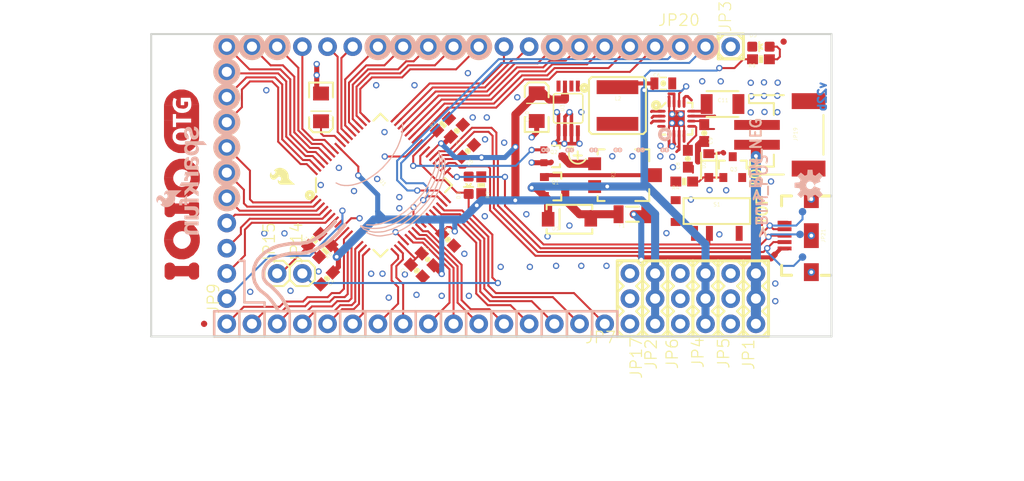
<source format=kicad_pcb>
(kicad_pcb (version 20211014) (generator pcbnew)
  (layers (0 "F.Cu" signal) (31 "B.Cu" signal) (34 "B.Paste" user) (35 "F.Paste" user) (36 "B.SilkS" user "B.Silkscreen") (37 "F.SilkS" user "F.Silkscreen") (38 "B.Mask" user) (39 "F.Mask" user) (44 "Edge.Cuts" user))
  (net 0 "")
  (net 1 "N$5")
  (net 2 "3.3V")
  (net 3 "GND")
  (net 4 "P7")
  (net 5 "PIN2")
  (net 6 "PIN1")
  (net 7 "5V")
  (net 8 "PIN13")
  (net 9 "PIN45")
  (net 10 "PIN42")
  (net 11 "PIN41")
  (net 12 "PIN39")
  (net 13 "PIN31")
  (net 14 "PIN32")
  (net 15 "PIN33")
  (net 16 "PIN34")
  (net 17 "PIN35")
  (net 18 "PIN36")
  (net 19 "PIN9")
  (net 20 "PIN30")
  (net 21 "PIN29")
  (net 22 "PIN28")
  (net 23 "PIN27")
  (net 24 "PIN37")
  (net 25 "PIN38")
  (net 26 "PIN40")
  (net 27 "PIN43")
  (net 28 "PIN44")
  (net 29 "PIN46")
  (net 30 "PIN8")
  (net 31 "PIN18")
  (net 32 "PIN17")
  (net 33 "PIN26")
  (net 34 "PIN25")
  (net 35 "PIN24")
  (net 36 "PIN23")
  (net 37 "PIN22")
  (net 38 "PIN21")
  (net 39 "PIN20")
  (net 40 "PIN19")
  (net 41 "PIN6")
  (net 42 "PIN5")
  (net 43 "PIN4")
  (net 44 "PIN3")
  (net 45 "PIN16")
  (net 46 "PIN15")
  (net 47 "PIN14")
  (net 48 "PIN12")
  (net 49 "PIN11")
  (net 50 "PIN10")
  (net 51 "PIN7")
  (net 52 "MCLR")
  (net 53 "N$2")
  (net 54 "N$3")
  (net 55 "D-")
  (net 56 "D+")
  (net 57 "VIN")
  (net 58 "N$4")
  (net 59 "HOST")
  (net 60 "N$7")
  (net 61 "N$6")
  (net 62 "USBID")
  (net 63 "VBUS")
  (net 64 "N$9")
  (net 65 "BOOT")
  (net 66 "N$1")
  (net 67 "N$8")
  (net 68 "N$12")
  (net 69 "ANCHOR1")
  (footprint "boardEagle:LED-0603" (layer "F.Cu") (at 175.6791 91.0336 90)
    (fp_text reference "D5")
    (fp_text value "Red")
  )
  (footprint "boardEagle:CR54" (layer "F.Cu") (at 161.21634 96.967038 180)
    (fp_text reference "L2")
    (fp_text value "VLC5045T-3R3N")
  )
  (footprint "boardEagle:1X03" (layer "F.Cu") (at 162.4711 118.9736 90)
    (fp_text reference "JP17")
    (fp_text value "")
  )
  (footprint "boardEagle:JST-2-SMD" (layer "F.Cu") (at 178.9811 99.9236 -90)
    (fp_text reference "JP19")
    (fp_text value "JST")
  )
  (footprint "boardEagle:1X03" (layer "F.Cu") (at 175.1711 118.9736 90)
    (fp_text reference "JP1")
    (fp_text value "")
  )
  (footprint "boardEagle:1X03" (layer "F.Cu") (at 167.5511 113.8936 -90)
    (fp_text reference "JP6")
    (fp_text value "")
  )
  (footprint "boardEagle:1X01" (layer "F.Cu") (at 172.6311 91.0336)
    (fp_text reference "JP3")
    (fp_text value "")
  )
  (footprint "boardEagle:MICRO-FIDUCIAL" (layer "F.Cu") (at 119.5451 118.9736)
    (fp_text reference "JP8" hide)
    (fp_text value "FIDUCIALUFIDUCIAL" hide)
  )
  (footprint "boardEagle:SOT323" (layer "F.Cu") (at 154.7241 102.0826 -90)
    (fp_text reference "Q2")
    (fp_text value "2N7002PW")
  )
  (footprint "boardEagle:EIA3216" (layer "F.Cu") (at 131.3307 97.155 -90)
    (fp_text reference "C7")
    (fp_text value "10uF")
  )
  (footprint "boardEagle:SOT23-3" (layer "F.Cu") (at 154.8511 105.1306 -90)
    (fp_text reference "Q1")
    (fp_text value "IRLML2244")
  )
  (footprint "boardEagle:USB-AB-MICRO-SMD_V03" (layer "F.Cu") (at 180.7591 110.0836 180)
    (fp_text reference "JP21")
    (fp_text value "AB MICRO USB")
  )
  (footprint "boardEagle:TRIMPOT_5MM" (layer "F.Cu") (at 161.4551 103.9876 -90)
    (fp_text reference "R3")
    (fp_text value "TS53YL502MR10")
  )
  (footprint "boardEagle:1X03" (layer "F.Cu") (at 165.0111 113.8936 -90)
    (fp_text reference "JP2")
    (fp_text value "")
  )
  (footprint "boardEagle:0603-CAP" (layer "F.Cu") (at 140.979615 113.612929 -45)
    (fp_text reference "C1")
    (fp_text value "0.1uF")
  )
  (footprint "boardEagle:1X11_NO_SILK" (layer "F.Cu") (at 121.8311 116.4336 90)
    (fp_text reference "JP9")
    (fp_text value "")
  )
  (footprint "boardEagle:EIA3216" (layer "F.Cu") (at 153.0731 97.1296 90)
    (fp_text reference "C10")
    (fp_text value "10uF")
  )
  (footprint "boardEagle:CREATIVE_COMMONS" (layer "F.Cu") (at 119.2911 131.6736)
    (fp_text reference "FRAME2" hide)
    (fp_text value "FRAME-LEDGER" hide)
  )
  (footprint "boardEagle:MSOP8" (layer "F.Cu") (at 156.2481 97.2566 180)
    (fp_text reference "U3")
    (fp_text value "MIC5216")
  )
  (footprint "boardEagle:1X01" (layer "F.Cu") (at 126.9111 113.8936)
    (fp_text reference "JP15")
    (fp_text value "")
  )
  (footprint "boardEagle:1X19_NO_SILK" (layer "F.Cu") (at 170.0911 91.0336 180)
    (fp_text reference "JP20")
    (fp_text value "")
  )
  (footprint "boardEagle:0603-CAP" (layer "F.Cu") (at 145.0213 99.5172 45)
    (fp_text reference "C2")
    (fp_text value "0.1uF")
  )
  (footprint "boardEagle:0603-CAP" (layer "F.Cu") (at 146.1389 101.5492 45)
    (fp_text reference "C5")
    (fp_text value "0.1uF")
  )
  (footprint "boardEagle:0603-CAP" (layer "F.Cu") (at 168.313096 102.331519 -90)
    (fp_text reference "C8")
    (fp_text value "3.3nF")
  )
  (footprint "boardEagle:1X03" (layer "F.Cu") (at 172.6311 113.8936 -90)
    (fp_text reference "JP5")
    (fp_text value "")
  )
  (footprint "boardEagle:0603-RES" (layer "F.Cu") (at 143.6243 98.8822 45)
    (fp_text reference "R2")
    (fp_text value "100k")
  )
  (footprint "boardEagle:0603-RES" (layer "F.Cu") (at 175.6791 92.3036 180)
    (fp_text reference "R9")
    (fp_text value "1.6K")
  )
  (footprint "boardEagle:PIC24FXXX_TQFP64" (layer "F.Cu") (at 137.3251 105.0036 -45)
    (fp_text reference "U1")
    (fp_text value "PIC24FJ256GB206")
  )
  (footprint "boardEagle:0603-RES" (layer "F.Cu") (at 130.6449 110.5154 -135)
    (fp_text reference "R8")
    (fp_text value "470")
  )
  (footprint "boardEagle:SFE_LOGO_FLAME_.1" (layer "F.Cu") (at 129.0701 105.2576 90)
    (fp_text reference "LOGO3" hide)
    (fp_text value "SFE_LOGO_FLAME.1_INCH" hide)
  )
  (footprint "boardEagle:1X01" (layer "F.Cu") (at 129.4511 113.8936)
    (fp_text reference "JP14")
    (fp_text value "")
  )
  (footprint "boardEagle:0603-CAP" (layer "F.Cu") (at 131.924884 114.39415 -135)
    (fp_text reference "C4")
    (fp_text value "0.1uF")
  )
  (footprint "boardEagle:0603-CAP" (layer "F.Cu") (at 169.961556 99.74326 -90)
    (fp_text reference "C9")
    (fp_text value "0.1uF")
  )
  (footprint "boardEagle:PANASONIC_SMINI2-F5-B" (layer "F.Cu") (at 170.4213 103.0224 -90)
    (fp_text reference "D2")
    (fp_text value "DZ2J160M0L")
  )
  (footprint "boardEagle:1X03" (layer "F.Cu") (at 170.0911 113.8936 -90)
    (fp_text reference "JP4")
    (fp_text value "")
  )
  (footprint "boardEagle:IOIO-OTG-COPPER-EXPOSED" (layer "F.Cu") (at 119.0371 114.5286 90)
    (fp_text reference "U$6" hide)
    (fp_text value "IOIO-OTG" hide)
  )
  (footprint "boardEagle:0603" (layer "F.Cu") (at 142.083615 112.47556 -45)
    (fp_text reference "L1")
    (fp_text value "30Ohm,1.8A")
  )
  (footprint "boardEagle:1X16_NO_SILK" (layer "F.Cu") (at 159.9311 118.9736 180)
    (fp_text reference "JP7")
    (fp_text value "")
  )
  (footprint "boardEagle:1210" (layer "F.Cu") (at 171.80814 96.817179)
    (fp_text reference "C11")
    (fp_text value "10uF")
  )
  (footprint "boardEagle:MICRO-FIDUCIAL" (layer "F.Cu") (at 177.9651 90.5256)
    (fp_text reference "JP16" hide)
    (fp_text value "FIDUCIALUFIDUCIAL" hide)
  )
  (footprint "boardEagle:LED-0603" (layer "F.Cu") (at 146.2151 105.0036 180)
    (fp_text reference "D3")
    (fp_text value "Yellow")
  )
  (footprint "boardEagle:0603-RES" (layer "F.Cu") (at 131.7625 111.633 45)
    (fp_text reference "R1")
    (fp_text value "10K")
  )
  (footprint "boardEagle:STAND-OFF" (layer "F.Cu") (at 116.7511 92.3036)
    (fp_text reference "JP12" hide)
    (fp_text value "STAND-OFF" hide)
  )
  (footprint "boardEagle:QFN16-3X3MM_1_1_V03" (layer "F.Cu") (at 167.1701 98.292919)
    (fp_text reference "U2")
    (fp_text value "TPS62133RGTT")
  )
  (footprint "boardEagle:0603-RES" (layer "F.Cu") (at 167.94734 104.630222 180)
    (fp_text reference "R4")
    (fp_text value "3.3k")
  )
  (footprint "boardEagle:STAND-OFF" (layer "F.Cu") (at 116.7511 117.7036)
    (fp_text reference "JP13" hide)
    (fp_text value "STAND-OFF" hide)
  )
  (footprint "boardEagle:SOT23-3" (layer "F.Cu") (at 172.83684 103.2256)
    (fp_text reference "Q3")
    (fp_text value "MOSFET-NCHANNELAO3404A")
  )
  (footprint "boardEagle:STAND-OFF" (layer "F.Cu") (at 180.2511 117.7036)
    (fp_text reference "JP11" hide)
    (fp_text value "STAND-OFF" hide)
  )
  (footprint "boardEagle:0805-CAP" (layer "F.Cu") (at 165.8366 94.736919)
    (fp_text reference "C6")
    (fp_text value "10uF")
  )
  (footprint "boardEagle:STAND-OFF" (layer "F.Cu") (at 180.2511 92.3036)
    (fp_text reference "JP10" hide)
    (fp_text value "STAND-OFF" hide)
  )
  (footprint "boardEagle:0603-CAP" (layer "F.Cu") (at 144.1323 110.49 -45)
    (fp_text reference "C3")
    (fp_text value "0.1uF")
  )
  (footprint "boardEagle:0603-RES" (layer "F.Cu") (at 147.4851 105.0036 -90)
    (fp_text reference "R7")
    (fp_text value "750")
  )
  (footprint "boardEagle:PTC-1206" (layer "F.Cu") (at 162.7251 107.9246 180)
    (fp_text reference "F1")
    (fp_text value "0.75A")
  )
  (footprint "boardEagle:SMA-DIODE" (layer "F.Cu") (at 156.3751 108.4326 180)
    (fp_text reference "D1")
    (fp_text value "B340A")
  )
  (footprint "boardEagle:KPS-1290" (layer "F.Cu") (at 171.2341 107.6071 180)
    (fp_text reference "S1")
    (fp_text value "SWITCH_SPDT")
  )
  (footprint "boardEagle:PAD.03X.03" (layer "B.Cu") (at 179.6161 109.9566 180)
    (fp_text reference "TP2" hide)
    (fp_text value "TEST-POINT3" hide)
  )
  (footprint "boardEagle:SFE_LOGO_NAME_FLAME_.1" (layer "B.Cu") (at 119.9261 98.6536 -90)
    (fp_text reference "LOGO2" hide)
    (fp_text value "SFE_LOGO_NAME_FLAME.1_INCH" hide)
  )
  (footprint "boardEagle:PAD.03X.03" (layer "B.Cu") (at 179.8701 112.2426 180)
    (fp_text reference "TP3" hide)
    (fp_text value "TEST-POINT3" hide)
  )
  (footprint "boardEagle:PAD.03X.03" (layer "B.Cu") (at 179.8701 107.6706 180)
    (fp_text reference "TP1" hide)
    (fp_text value "TEST-POINT3" hide)
  )
  (footprint "boardEagle:OSHW-LOGO-S" (layer "B.Cu") (at 180.6321 105.0036 -90)
    (fp_text reference "LOGO1" hide)
    (fp_text value "OSHW-LOGOS" hide)
  )
  (gr_line (start 125.5141 114.0968) (end 125.5141 113.8428) (layer "B.SilkS") (width 0.3556))
  (gr_line (start 125.7681 113.0808) (end 125.8951 112.903) (layer "B.SilkS") (width 0.3556))
  (gr_line (start 153.5811 117.7036) (end 151.0411 117.7036) (layer "B.SilkS") (width 0.254))
  (gr_line (start 128.2065 111.887) (end 128.6129 111.8616) (layer "B.SilkS") (width 0.3556))
  (gr_circle (center 142.1511 91.0336) (end 143.255 91.0336) (layer "B.SilkS") (width 0.508) (fill none))
  (gr_line (start 133.1341 109.728) (end 133.4897 109.2962) (layer "B.SilkS") (width 0.3556))
  (gr_line (start 126.0983 111.5314) (end 126.5301 111.3028) (layer "B.SilkS") (width 0.3556))
  (gr_line (start 128.1811 117.7036) (end 128.1811 120.2436) (layer "B.SilkS") (width 0.254))
  (gr_line (start 138.3411 120.2436) (end 140.8811 120.2436) (layer "B.SilkS") (width 0.254))
  (gr_circle (center 161.4551 101.4476) (end 161.52694 101.4476) (layer "B.SilkS") (width 0.1778) (fill none))
  (gr_circle (center 158.6103 101.4476) (end 158.68214 101.4476) (layer "B.SilkS") (width 0.1778) (fill none))
  (gr_line (start 129.2479 111.8616) (end 129.7559 111.8108) (layer "B.SilkS") (width 0.3556))
  (gr_line (start 135.9027 109.7534) (end 136.2583 109.9312) (layer "B.SilkS") (width 0.127))
  (gr_line (start 126.5047 115.3922) (end 126.1999 115.1128) (layer "B.SilkS") (width 0.3556))
  (gr_arc (start 140.1953 108.458) (mid 139.622371 108.865149) (end 139.0015 109.1946) (layer "B.SilkS") (width 0.127))
  (gr_line (start 143.4211 117.7036) (end 143.4211 120.2436) (layer "B.SilkS") (width 0.254))
  (gr_circle (center 157.3911 91.0336) (end 158.495 91.0336) (layer "B.SilkS") (width 0.508) (fill none))
  (gr_line (start 126.1999 115.1128) (end 125.9205 114.9096) (layer "B.SilkS") (width 0.3556))
  (gr_line (start 125.5395 114.3254) (end 125.5141 114.0968) (layer "B.SilkS") (width 0.3556))
  (gr_arc (start 142.2273 104.7496) (mid 141.857807 105.441482) (end 141.3891 106.0704) (layer "B.SilkS") (width 0.127))
  (gr_line (start 127.3429 116.3066) (end 126.9365 115.824) (layer "B.SilkS") (width 0.3556))
  (gr_line (start 135.8011 120.2436) (end 138.3411 120.2436) (layer "B.SilkS") (width 0.254))
  (gr_arc (start 140.4239 107.1118) (mid 139.624846 107.793768) (end 138.7221 108.331) (layer "B.SilkS") (width 0.127))
  (gr_line (start 156.1211 117.7036) (end 153.5811 117.7036) (layer "B.SilkS") (width 0.254))
  (gr_line (start 135.9535 104.4448) (end 135.4709 104.6734) (layer "B.SilkS") (width 0.127))
  (gr_line (start 130.3909 110.5916) (end 130.7973 110.3884) (layer "B.SilkS") (width 0.3556))
  (gr_circle (center 154.8511 91.0336) (end 155.955 91.0336) (layer "B.SilkS") (width 0.508) (fill none))
  (gr_line (start 143.4211 120.2436) (end 145.9611 120.2436) (layer "B.SilkS") (width 0.254))
  (gr_line (start 127.3937 112.0648) (end 127.8255 111.9632) (layer "B.SilkS") (width 0.3556))
  (gr_line (start 126.6317 117.0432) (end 126.2761 116.5606) (layer "B.SilkS") (width 0.3556))
  (gr_arc (start 143.2941 102.5906) (mid 143.195145 103.433082) (end 142.9385 104.2416) (layer "B.SilkS") (width 0.127))
  (gr_line (start 129.9337 110.7694) (end 130.3909 110.5916) (layer "B.SilkS") (width 0.3556))
  (gr_line (start 127.8001 117.0432) (end 127.3429 116.3066) (layer "B.SilkS") (width 0.3556))
  (gr_circle (center 153.7589 101.4476) (end 153.83074 101.4476) (layer "B.SilkS") (width 0.1778) (fill none))
  (gr_line (start 145.9611 120.2436) (end 148.5011 120.2436) (layer "B.SilkS") (width 0.254))
  (gr_line (start 129.2479 110.871) (end 129.5527 110.8202) (layer "B.SilkS") (width 0.3556))
  (gr_line (start 129.7559 111.8108) (end 130.3147 111.6584) (layer "B.SilkS") (width 0.3556))
  (gr_line (start 128.1811 120.2436) (end 130.7211 120.2436) (layer "B.SilkS") (width 0.254))
  (gr_circle (center 121.8311 98.6536) (end 122.935 98.6536) (layer "B.SilkS") (width 0.508) (fill none))
  (gr_arc (start 137.4521 110.109) (mid 137.042509 110.104939) (end 136.6393 110.0328) (layer "B.SilkS") (width 0.127))
  (gr_line (start 136.6139 109.0168) (end 137.0965 108.9406) (layer "B.SilkS") (width 0.127))
  (gr_line (start 124.5235 113.7666) (end 124.5489 113.4872) (layer "B.SilkS") (width 0.3556))
  (gr_line (start 135.8011 117.7036) (end 133.2611 117.7036) (layer "B.SilkS") (width 0.254))
  (gr_line (start 123.6091 116.8146) (end 125.6411 116.8146) (layer "B.SilkS") (width 0.254))
  (gr_line (start 133.3373 104.9782) (end 133.1341 104.902) (layer "B.SilkS") (width 0.127))
  (gr_line (start 125.0061 115.3922) (end 124.8537 115.1382) (layer "B.SilkS") (width 0.3556))
  (gr_line (start 138.5951 101.9556) (end 138.1633 102.5398) (layer "B.SilkS") (width 0.127))
  (gr_line (start 145.9611 117.7036) (end 145.9611 120.2436) (layer "B.SilkS") (width 0.254))
  (gr_line (start 125.6411 117.7036) (end 123.1011 117.7036) (layer "B.SilkS") (width 0.254))
  (gr_line (start 135.6487 109.4232) (end 135.8519 109.4994) (layer "B.SilkS") (width 0.127))
  (gr_line (start 133.6929 105.029) (end 133.3373 104.9782) (layer "B.SilkS") (width 0.127))
  (gr_line (start 135.4709 104.6734) (end 135.0645 104.8258) (layer "B.SilkS") (width 0.127))
  (gr_line (start 158.6611 117.7036) (end 156.1211 117.7036) (layer "B.SilkS") (width 0.254))
  (gr_arc (start 141.6431 107.7722) (mid 141.027674 108.365449) (end 140.3731 108.9152) (layer "B.SilkS") (width 0.127))
  (gr_line (start 125.6157 113.3856) (end 125.7681 113.0808) (layer "B.SilkS") (width 0.3556))
  (gr_circle (center 154.1653 101.4476) (end 154.23714 101.4476) (layer "B.SilkS") (width 0.1778) (fill none))
  (gr_line (start 135.8011 117.7036) (end 135.8011 120.2436) (layer "B.SilkS") (width 0.254))
  (gr_line (start 135.9281 108.9914) (end 136.6139 109.0168) (layer "B.SilkS") (width 0.127))
  (gr_arc (start 143.2179 101.6254) (mid 143.280267 102.106084) (end 143.2941 102.5906) (layer "B.SilkS") (width 0.127))
  (gr_arc (start 135.9027 109.2962) (mid 135.773121 109.266696) (end 135.6487 109.22) (layer "B.SilkS") (width 0.127))
  (gr_line (start 135.0645 104.8258) (end 134.5057 104.9782) (layer "B.SilkS") (width 0.127))
  (gr_line (start 132.7531 110.109) (end 133.1341 109.728) (layer "B.SilkS") (width 0.3556))
  (gr_line (start 133.2611 117.7036) (end 130.7211 117.7036) (layer "B.SilkS") (width 0.254))
  (gr_line (start 137.5537 103.2256) (end 137.0457 103.6828) (layer "B.SilkS") (width 0.127))
  (gr_line (start 130.7211 117.7036) (end 128.1811 117.7036) (layer "B.SilkS") (width 0.254))
  (gr_line (start 134.5057 104.9782) (end 134.0993 105.029) (layer "B.SilkS") (width 0.127))
  (gr_circle (center 170.0911 91.0336) (end 171.195 91.0336) (layer "B.SilkS") (width 0.508) (fill none))
  (gr_line (start 125.9205 114.9096) (end 125.7427 114.7064) (layer "B.SilkS") (width 0.3556))
  (gr_arc (start 138.7221 108.331) (mid 138.082585 108.617579) (end 137.4267 108.8644) (layer "B.SilkS") (width 0.127))
  (gr_line (start 138.3157 109.9566) (end 138.9253 109.728) (layer "B.SilkS") (width 0.127))
  (gr_line (start 134.0993 105.029) (end 133.6929 105.029) (layer "B.SilkS") (width 0.127))
  (gr_circle (center 156.1973 101.4476) (end 156.26914 101.4476) (layer "B.SilkS") (width 0.1778) (fill none))
  (gr_circle (center 161.0487 101.4476) (end 161.12054 101.4476) (layer "B.SilkS") (width 0.1778) (fill none))
  (gr_line (start 123.6091 112.6236) (end 123.6091 116.8146) (layer "B.SilkS") (width 0.254))
  (gr_line (start 128.6129 111.8616) (end 129.2479 111.8616) (layer "B.SilkS") (width 0.3556))
  (gr_arc (start 137.9347 109.601) (mid 138.213035 109.508752) (end 138.4935 109.4232) (layer "B.SilkS") (width 0.127))
  (gr_circle (center 163.3347 101.4476) (end 163.40654 101.4476) (layer "B.SilkS") (width 0.1778) (fill none))
  (gr_line (start 125.5395 113.6142) (end 125.6157 113.3856) (layer "B.SilkS") (width 0.3556))
  (gr_arc (start 143.7767 103.378) (mid 143.785042 103.199889) (end 143.8021 103.0224) (layer "B.SilkS") (width 0.127))
  (gr_line (start 124.8537 115.1382) (end 124.6505 114.7826) (layer "B.SilkS") (width 0.3556))
  (gr_line (start 131.5085 109.9312) (end 131.9149 109.5502) (layer "B.SilkS") (width 0.3556))
  (gr_line (start 153.5811 120.2436) (end 156.1211 120.2436) (layer "B.SilkS") (width 0.254))
  (gr_line (start 127.8255 111.9632) (end 128.2065 111.887) (layer "B.SilkS") (width 0.3556))
  (gr_arc (start 143.7259 102.2858) (mid 143.805312 102.649826) (end 143.8021 103.0224) (layer "B.SilkS") (width 0.127))
  (gr_circle (center 121.8311 96.1136) (end 122.935 96.1136) (layer "B.SilkS") (width 0.508) (fill none))
  (gr_line (start 123.6091 112.6236) (end 123.1011 112.6236) (layer "B.SilkS") (width 0.254))
  (gr_circle (center 147.2311 91.0336) (end 148.335 91.0336) (layer "B.SilkS") (width 0.508) (fill none))
  (gr_line (start 125.6411 120.2436) (end 128.1811 120.2436) (layer "B.SilkS") (width 0.254))
  (gr_line (start 129.5527 110.8202) (end 129.9337 110.7694) (layer "B.SilkS") (width 0.3556))
  (gr_line (start 126.5809 112.3696) (end 126.9873 112.1918) (layer "B.SilkS") (width 0.3556))
  (gr_line (start 131.1021 110.2106) (end 131.5085 109.9312) (layer "B.SilkS") (width 0.3556))
  (gr_line (start 130.7211 117.7036) (end 130.7211 120.2436) (layer "B.SilkS") (width 0.254))
  (gr_line (start 124.5743 114.4524) (end 124.5235 114.173) (layer "B.SilkS") (width 0.3556))
  (gr_line (start 143.4211 117.7036) (end 140.8811 117.7036) (layer "B.SilkS") (width 0.254))
  (gr_line (start 128.1811 117.7036) (end 125.6411 117.7036) (layer "B.SilkS") (width 0.254))
  (gr_circle (center 121.8311 103.7336) (end 122.935 103.7336) (layer "B.SilkS") (width 0.508) (fill none))
  (gr_circle (center 163.7411 101.4476) (end 163.81294 101.4476) (layer "B.SilkS") (width 0.1778) (fill none))
  (gr_line (start 125.7427 114.7064) (end 125.6157 114.5286) (layer "B.SilkS") (width 0.3556))
  (gr_line (start 126.9365 115.824) (end 126.5047 115.3922) (layer "B.SilkS") (width 0.3556))
  (gr_line (start 140.8811 120.2436) (end 143.4211 120.2436) (layer "B.SilkS") (width 0.254))
  (gr_line (start 133.2611 117.7036) (end 133.2611 120.2436) (layer "B.SilkS") (width 0.254))
  (gr_line (start 126.2761 116.5606) (end 125.8697 116.1288) (layer "B.SilkS") (width 0.3556))
  (gr_arc (start 137.4521 109.7026) (mid 137.134873 109.722127) (end 136.8171 109.728) (layer "B.SilkS") (width 0.127))
  (gr_line (start 125.2855 112.141) (end 125.6665 111.7854) (layer "B.SilkS") (width 0.3556))
  (gr_line (start 126.5301 111.3028) (end 127.0127 111.125) (layer "B.SilkS") (width 0.3556))
  (gr_arc (start 142.0749 106.5784) (mid 141.575001 107.168852) (end 141.0335 107.7214) (layer "B.SilkS") (width 0.127))
  (gr_line (start 130.7973 110.3884) (end 131.1021 110.2106) (layer "B.SilkS") (width 0.3556))
  (gr_line (start 137.4521 110.109) (end 138.3157 109.9566) (layer "B.SilkS") (width 0.127))
  (gr_line (start 126.9873 112.1918) (end 127.3937 112.0648) (layer "B.SilkS") (width 0.3556))
  (gr_line (start 148.5011 120.2436) (end 151.0411 120.2436) (layer "B.SilkS") (width 0.254))
  (gr_circle (center 121.8311 91.0336) (end 122.935 91.0336) (layer "B.SilkS") (width 0.508) (fill none))
  (gr_line (start 133.4897 109.2962) (end 133.7437 108.9914) (layer "B.SilkS") (width 0.3556))
  (gr_line (start 131.2799 111.2266) (end 131.8641 110.871) (layer "B.SilkS") (width 0.3556))
  (gr_line (start 138.3411 117.7036) (end 138.3411 120.2436) (layer "B.SilkS") (width 0.254))
  (gr_line (start 130.3147 111.6584) (end 130.7465 111.506) (layer "B.SilkS") (width 0.3556))
  (gr_line (start 132.3213 110.5154) (end 132.7531 110.109) (layer "B.SilkS") (width 0.3556))
  (gr_line (start 139.4841 99.9236) (end 139.2809 100.584) (layer "B.SilkS") (width 0.127))
  (gr_arc (start 141.3891 106.0704) (mid 140.914833 106.598824) (end 140.4239 107.1118) (layer "B.SilkS") (width 0.127))
  (gr_circle (center 166.1795 101.4476) (end 166.25134 101.4476) (layer "B.SilkS") (width 0.1778) (fill none))
  (gr_arc (start 143.5481 103.124) (mid 143.517782 103.51053) (end 143.4211 103.886) (layer "B.SilkS") (width 0.127))
  (gr_line (start 156.1211 120.2436) (end 158.6611 120.2436) (layer "B.SilkS") (width 0.254))
  (gr_line (start 125.2855 115.6716) (end 125.0061 115.3922) (layer "B.SilkS") (width 0.3556))
  (gr_line (start 151.0411 120.2436) (end 151.0411 117.7036) (layer "B.SilkS") (width 0.254))
  (gr_line (start 124.6505 114.7826) (end 124.5743 114.4524) (layer "B.SilkS") (width 0.3556))
  (gr_circle (center 165.0111 91.0336) (end 166.115 91.0336) (layer "B.SilkS") (width 0.508) (fill none))
  (gr_circle (center 144.6911 91.0336) (end 145.795 91.0336) (layer "B.SilkS") (width 0.508) (fill none))
  (gr_line (start 135.3185 109.1184) (end 135.6487 109.4232) (layer "B.SilkS") (width 0.127))
  (gr_line (start 133.1341 104.902) (end 132.8547 104.775) (layer "B.SilkS") (width 0.127))
  (gr_line (start 140.8811 117.7036) (end 140.8811 120.2436) (layer "B.SilkS") (width 0.254))
  (gr_arc (start 143.2179 105.4862) (mid 142.525747 106.694815) (end 141.6431 107.7722) (layer "B.SilkS") (width 0.127))
  (gr_line (start 126.0729 112.7252) (end 126.3015 112.5474) (layer "B.SilkS") (width 0.3556))
  (gr_circle (center 137.0711 91.0336) (end 138.175 91.0336) (layer "B.SilkS") (width 0.508) (fill none))
  (gr_circle (center 165.7731 101.4476) (end 165.84494 101.4476) (layer "B.SilkS") (width 0.1778) (fill none))
  (gr_line (start 138.4935 109.4232) (end 139.0015 109.1946) (layer "B.SilkS") (width 0.127))
  (gr_circle (center 156.6037 101.4476) (end 156.67554 101.4476) (layer "B.SilkS") (width 0.1778) (fill none))
  (gr_circle (center 121.8311 106.2736) (end 122.935 106.2736) (layer "B.SilkS") (width 0.508) (fill none))
  (gr_arc (start 136.2075 109.6264) (mid 136.0292 109.5643) (end 135.8519 109.4994) (layer "B.SilkS") (width 0.127))
  (gr_line (start 126.9873 117.6274) (end 126.8857 117.4242) (layer "B.SilkS") (width 0.3556))
  (gr_line (start 125.6411 117.7036) (end 125.6411 120.2436) (layer "B.SilkS") (width 0.254))
  (gr_line (start 161.2011 120.2436) (end 161.2011 117.7036) (layer "B.SilkS") (width 0.254))
  (gr_line (start 130.7211 120.2436) (end 133.2611 120.2436) (layer "B.SilkS") (width 0.254))
  (gr_line (start 158.6611 120.2436) (end 161.2011 120.2436) (layer "B.SilkS") (width 0.254))
  (gr_arc (start 143.6243 104.394) (mid 143.443156 104.948307) (end 143.2179 105.4862) (layer "B.SilkS") (width 0.127))
  (gr_line (start 130.7465 111.506) (end 131.2799 111.2266) (layer "B.SilkS") (width 0.3556))
  (gr_arc (start 136.8171 109.728) (mid 136.508173 109.701963) (end 136.2075 109.6264) (layer "B.SilkS") (width 0.127))
  (gr_circle (center 167.5511 91.0336) (end 168.655 91.0336) (layer "B.SilkS") (width 0.508) (fill none))
  (gr_line (start 123.1011 117.7036) (end 123.1011 120.2436) (layer "B.SilkS") (width 0.254))
  (gr_arc (start 137.9347 109.601) (mid 137.696567 109.666843) (end 137.4521 109.7026) (layer "B.SilkS") (width 0.127))
  (gr_line (start 156.1211 117.7036) (end 156.1211 120.2436) (layer "B.SilkS") (width 0.254))
  (gr_line (start 125.6411 116.8146) (end 125.6411 117.1956) (layer "B.SilkS") (width 0.254))
  (gr_arc (start 143.0401 104.902) (mid 142.617851 105.774948) (end 142.0749 106.5784) (layer "B.SilkS") (width 0.127))
  (gr_line (start 128.1049 117.6528) (end 127.8001 117.0432) (layer "B.SilkS") (width 0.3556))
  (gr_line (start 123.1011 120.2436) (end 125.6411 120.2436) (layer "B.SilkS") (width 0.254))
  (gr_line (start 161.2011 117.7036) (end 158.6611 117.7036) (layer "B.SilkS") (width 0.254))
  (gr_line (start 124.6759 113.0808) (end 124.7775 112.8014) (layer "B.SilkS") (width 0.3556))
  (gr_line (start 125.6157 114.5286) (end 125.5395 114.3254) (layer "B.SilkS") (width 0.3556))
  (gr_arc (start 139.6873 108.3056) (mid 139.05004 108.704174) (end 138.3665 109.0168) (layer "B.SilkS") (width 0.127))
  (gr_arc (start 142.7353 103.505) (mid 142.490015 104.130857) (end 142.2273 104.7496) (layer "B.SilkS") (width 0.127))
  (gr_line (start 145.9611 117.7036) (end 143.4211 117.7036) (layer "B.SilkS") (width 0.254))
  (gr_circle (center 159.0167 101.4476) (end 159.08854 101.4476) (layer "B.SilkS") (width 0.1778) (fill none))
  (gr_circle (center 159.9311 91.0336) (end 161.035 91.0336) (layer "B.SilkS") (width 0.508) (fill none))
  (gr_line (start 151.0411 120.2436) (end 153.5811 120.2436) (layer "B.SilkS") (width 0.254))
  (gr_arc (start 137.4267 108.8644) (mid 137.263553 108.910964) (end 137.0965 108.9406) (layer "B.SilkS") (width 0.127))
  (gr_line (start 131.9149 109.5502) (end 132.3467 109.1438) (layer "B.SilkS") (width 0.3556))
  (gr_circle (center 121.8311 101.1936) (end 122.935 101.1936) (layer "B.SilkS") (width 0.508) (fill none))
  (gr_arc (start 143.7767 103.378) (mid 143.732699 103.89083) (end 143.6243 104.394) (layer "B.SilkS") (width 0.127))
  (gr_line (start 139.0269 101.1936) (end 138.5951 101.9556) (layer "B.SilkS") (width 0.127))
  (gr_line (start 128.0541 110.9218) (end 128.4859 110.871) (layer "B.SilkS") (width 0.3556))
  (gr_line (start 153.5811 117.7036) (end 153.5811 120.2436) (layer "B.SilkS") (width 0.254))
  (gr_line (start 124.5235 114.173) (end 124.5235 113.7666) (layer "B.SilkS") (width 0.3556))
  (gr_line (start 124.5489 113.4872) (end 124.5997 113.2586) (layer "B.SilkS") (width 0.3556))
  (gr_line (start 126.3015 112.5474) (end 126.5809 112.3696) (layer "B.SilkS") (width 0.3556))
  (gr_arc (start 142.938499 104.2416) (mid 141.591125 106.49618) (end 139.6873 108.3056) (layer "B.SilkS") (width 0.127))
  (gr_circle (center 121.8311 93.5736) (end 122.935 93.5736) (layer "B.SilkS") (width 0.508) (fill none))
  (gr_line (start 158.6611 117.7036) (end 158.6611 120.2436) (layer "B.SilkS") (width 0.254))
  (gr_line (start 137.8331 109.22) (end 138.3665 109.0168) (layer "B.SilkS") (width 0.127))
  (gr_line (start 131.8641 110.871) (end 132.3213 110.5154) (layer "B.SilkS") (width 0.3556))
  (gr_arc (start 143.4973 101.9556) (mid 143.532883 102.539357) (end 143.5481 103.124) (layer "B.SilkS") (width 0.127))
  (gr_arc (start 143.4211 103.886) (mid 143.235649 104.395893) (end 143.0401 104.902) (layer "B.SilkS") (width 0.127))
  (gr_circle (center 124.3711 91.0336) (end 125.475 91.0336) (layer "B.SilkS") (width 0.508) (fill none))
  (gr_line (start 139.5603 99.314) (end 139.4841 99.9236) (layer "B.SilkS") (width 0.127))
  (gr_line (start 125.5141 113.8428) (end 125.5395 113.6142) (layer "B.SilkS") (width 0.3556))
  (gr_arc (start 140.3731 108.9152) (mid 139.680307 109.377009) (end 138.9253 109.728) (layer "B.SilkS") (width 0.127))
  (gr_line (start 120.5611 120.2436) (end 123.1011 120.2436) (layer "B.SilkS") (width 0.254))
  (gr_line (start 125.5649 115.8748) (end 125.2855 115.6716) (layer "B.SilkS") (width 0.3556))
  (gr_line (start 132.3467 109.1438) (end 132.7785 108.6612) (layer "B.SilkS") (width 0.3556))
  (gr_line (start 138.1633 102.5398) (end 137.5537 103.2256) (layer "B.SilkS") (width 0.127))
  (gr_line (start 148.5011 117.7036) (end 148.5011 120.2436) (layer "B.SilkS") (width 0.254))
  (gr_line (start 139.5349 98.8314) (end 139.5603 99.314) (layer "B.SilkS") (width 0.127))
  (gr_circle (center 162.4711 91.0336) (end 163.575 91.0336) (layer "B.SilkS") (width 0.508) (fill none))
  (gr_line (start 148.5011 117.7036) (end 145.9611 117.7036) (layer "B.SilkS") (width 0.254))
  (gr_arc (start 137.8331 109.22) (mid 136.871641 109.352865) (end 135.9027 109.2962) (layer "B.SilkS") (width 0.127))
  (gr_line (start 151.0411 117.7036) (end 148.5011 117.7036) (layer "B.SilkS") (width 0.254))
  (gr_line (start 138.3411 117.7036) (end 135.8011 117.7036) (layer "B.SilkS") (width 0.254))
  (gr_line (start 124.5997 113.2586) (end 124.6759 113.0808) (layer "B.SilkS") (width 0.3556))
  (gr_line (start 120.5611 117.7036) (end 120.5611 120.2436) (layer "B.SilkS") (width 0.254))
  (gr_circle (center 166.0017 99.8728) (end 166.5097 99.8728) (layer "B.SilkS") (width 0.381) (fill none))
  (gr_line (start 137.0457 103.6828) (end 136.5377 104.0638) (layer "B.SilkS") (width 0.127))
  (gr_line (start 139.2809 100.584) (end 139.0269 101.1936) (layer "B.SilkS") (width 0.127))
  (gr_line (start 127.0127 111.125) (end 127.6223 110.998) (layer "B.SilkS") (width 0.3556))
  (gr_arc (start 142.8877 102.5906) (mid 142.856073 103.055229) (end 142.7353 103.505) (layer "B.SilkS") (width 0.127))
  (gr_arc (start 141.0335 107.7214) (mid 140.621425 108.097694) (end 140.1953 108.458) (layer "B.SilkS") (width 0.127))
  (gr_circle (center 126.9111 91.0336) (end 128.015 91.0336) (layer "B.SilkS") (width 0.508) (fill none))
  (gr_line (start 126.8857 117.4242) (end 126.6317 117.0432) (layer "B.SilkS") (width 0.3556))
  (gr_line (start 123.1011 117.7036) (end 120.5611 117.7036) (layer "B.SilkS") (width 0.254))
  (gr_line (start 125.8951 112.903) (end 126.0729 112.7252) (layer "B.SilkS") (width 0.3556))
  (gr_line (start 127.6223 110.998) (end 128.0541 110.9218) (layer "B.SilkS") (width 0.3556))
  (gr_line (start 125.8697 116.1288) (end 125.5649 115.8748) (layer "B.SilkS") (width 0.3556))
  (gr_line (start 135.3693 109.093) (end 135.6487 109.22) (layer "B.SilkS") (width 0.127))
  (gr_circle (center 139.6111 91.0336) (end 140.715 91.0336) (layer "B.SilkS") (width 0.508) (fill none))
  (gr_line (start 125.6665 111.7854) (end 126.0983 111.5314) (layer "B.SilkS") (width 0.3556))
  (gr_line (start 133.2611 120.2436) (end 135.8011 120.2436) (layer "B.SilkS") (width 0.254))
  (gr_line (start 128.4859 110.871) (end 129.2479 110.871) (layer "B.SilkS") (width 0.3556))
  (gr_line (start 136.5377 104.0638) (end 135.9535 104.4448) (layer "B.SilkS") (width 0.127))
  (gr_line (start 124.9807 112.4712) (end 125.2855 112.141) (layer "B.SilkS") (width 0.3556))
  (gr_line (start 136.2583 109.9312) (end 136.6393 110.0328) (layer "B.SilkS") (width 0.127))
  (gr_line (start 140.8811 117.7036) (end 138.3411 117.7036) (layer "B.SilkS") (width 0.254))
  (gr_line (start 124.7775 112.8014) (end 124.9807 112.4712) (layer "B.SilkS") (width 0.3556))
  (gr_circle (center 165.0111 91.0336) (end 166.115 91.0336) (layer "F.SilkS") (width 0.508) (fill none))
  (gr_line (start 163.7411 120.2436) (end 166.2811 120.2436) (layer "F.SilkS") (width 0.3048))
  (gr_line (start 171.3611 89.7636) (end 173.9011 89.7636) (layer "F.SilkS") (width 0.3048))
  (gr_line (start 145.9611 117.7036) (end 143.4211 117.7036) (layer "F.SilkS") (width 0.254))
  (gr_line (start 158.6611 117.7036) (end 156.1211 117.7036) (layer "F.SilkS") (width 0.254))
  (gr_line (start 173.9011 112.6236) (end 173.9011 120.2436) (layer "F.SilkS") (width 0.3048))
  (gr_line (start 145.9611 120.2436) (end 148.5011 120.2436) (layer "F.SilkS") (width 0.254))
  (gr_circle (center 137.0711 91.0336) (end 138.175 91.0336) (layer "F.SilkS") (width 0.508) (fill none))
  (gr_line (start 171.3611 120.2436) (end 168.8211 120.2436) (layer "F.SilkS") (width 0.3048))
  (gr_line (start 176.4411 120.2436) (end 173.9011 120.2436) (layer "F.SilkS") (width 0.3048))
  (gr_line (start 168.8211 112.6236) (end 166.2811 112.6236) (layer "F.SilkS") (width 0.3048))
  (gr_line (start 166.2811 112.6236) (end 163.7411 112.6236) (layer "F.SilkS") (width 0.3048))
  (gr_line (start 168.8211 120.2436) (end 168.8211 112.6236) (layer "F.SilkS") (width 0.3048))
  (gr_line (start 138.3411 117.7036) (end 135.8011 117.7036) (layer "F.SilkS") (width 0.254))
  (gr_line (start 166.2811 120.2436) (end 168.8211 120.2436) (layer "F.SilkS") (width 0.3048))
  (gr_circle (center 124.3711 91.0336) (end 125.475 91.0336) (layer "F.SilkS") (width 0.508) (fill none))
  (gr_circle (center 121.8311 103.7336) (end 122.935 103.7336) (layer "F.SilkS") (width 0.508) (fill none))
  (gr_line (start 133.2611 117.7036) (end 133.2611 120.2436) (layer "F.SilkS") (width 0.254))
  (gr_line (start 125.6411 120.2436) (end 128.1811 120.2436) (layer "F.SilkS") (width 0.254))
  (gr_line (start 153.5811 120.2436) (end 156.1211 120.2436) (layer "F.SilkS") (width 0.254))
  (gr_circle (center 121.8311 96.1136) (end 122.935 96.1136) (layer "F.SilkS") (width 0.508) (fill none))
  (gr_line (start 153.5811 117.7036) (end 153.5811 120.2436) (layer "F.SilkS") (width 0.254))
  (gr_line (start 140.8811 117.7036) (end 138.3411 117.7036) (layer "F.SilkS") (width 0.254))
  (gr_line (start 171.3611 112.6236) (end 173.9011 112.6236) (layer "F.SilkS") (width 0.3048))
  (gr_line (start 123.1011 117.7036) (end 120.5611 117.7036) (layer "F.SilkS") (width 0.254))
  (gr_line (start 135.8011 117.7036) (end 133.2611 117.7036) (layer "F.SilkS") (width 0.254))
  (gr_line (start 123.1011 120.2436) (end 125.6411 120.2436) (layer "F.SilkS") (width 0.254))
  (gr_line (start 163.7411 112.6236) (end 161.2011 112.6236) (layer "F.SilkS") (width 0.3048))
  (gr_line (start 125.6411 117.7036) (end 125.6411 120.2436) (layer "F.SilkS") (width 0.254))
  (gr_line (start 153.5811 117.7036) (end 151.0411 117.7036) (layer "F.SilkS") (width 0.254))
  (gr_line (start 128.1811 120.2436) (end 130.7211 120.2436) (layer "F.SilkS") (width 0.254))
  (gr_line (start 133.2611 120.2436) (end 135.8011 120.2436) (layer "F.SilkS") (width 0.254))
  (gr_line (start 128.1811 117.7036) (end 125.6411 117.7036) (layer "F.SilkS") (width 0.254))
  (gr_circle (center 121.8311 93.5736) (end 122.935 93.5736) (layer "F.SilkS") (width 0.508) (fill none))
  (gr_line (start 161.2011 112.6236) (end 161.2011 120.2436) (layer "F.SilkS") (width 0.3048))
  (gr_line (start 151.0411 120.2436) (end 151.0411 117.7036) (layer "F.SilkS") (width 0.254))
  (gr_line (start 120.5611 117.7036) (end 120.5611 120.2436) (layer "F.SilkS") (width 0.254))
  (gr_line (start 158.6611 120.2436) (end 161.2011 120.2436) (layer "F.SilkS") (width 0.254))
  (gr_circle (center 126.9111 91.0336) (end 128.015 91.0336) (layer "F.SilkS") (width 0.508) (fill none))
  (gr_line (start 156.1211 120.2436) (end 158.6611 120.2436) (layer "F.SilkS") (width 0.254))
  (gr_line (start 125.6411 117.7036) (end 123.1011 117.7036) (layer "F.SilkS") (width 0.254))
  (gr_circle (center 121.8311 98.6536) (end 122.935 98.6536) (layer "F.SilkS") (width 0.508) (fill none))
  (gr_line (start 140.8811 117.7036) (end 140.8811 120.2436) (layer "F.SilkS") (width 0.254))
  (gr_line (start 120.5611 120.2436) (end 123.1011 120.2436) (layer "F.SilkS") (width 0.254))
  (gr_line (start 130.7211 117.7036) (end 128.1811 117.7036) (layer "F.SilkS") (width 0.254))
  (gr_circle (center 159.9311 91.0336) (end 161.035 91.0336) (layer "F.SilkS") (width 0.508) (fill none))
  (gr_circle (center 167.5511 91.0336) (end 168.655 91.0336) (layer "F.SilkS") (width 0.508) (fill none))
  (gr_line (start 173.9011 112.6236) (end 176.4411 112.6236) (layer "F.SilkS") (width 0.3048))
  (gr_line (start 128.1811 117.7036) (end 128.1811 120.2436) (layer "F.SilkS") (width 0.254))
  (gr_line (start 138.3411 117.7036) (end 138.3411 120.2436) (layer "F.SilkS") (width 0.254))
  (gr_line (start 168.8211 112.6236) (end 171.3611 112.6236) (layer "F.SilkS") (width 0.3048))
  (gr_arc (start 158.0261 102.362) (mid 156.61429 102.596449) (end 156.7053 101.168201) (layer "F.SilkS") (width 0.1778))
  (gr_circle (center 162.4711 91.0336) (end 163.575 91.0336) (layer "F.SilkS") (width 0.508) (fill none))
  (gr_line (start 161.2011 120.2436) (end 163.7411 120.2436) (layer "F.SilkS") (width 0.3048))
  (gr_line (start 130.7211 120.2436) (end 133.2611 120.2436) (layer "F.SilkS") (width 0.254))
  (gr_line (start 171.3611 89.7636) (end 171.383959 92.255341) (layer "F.SilkS") (width 0.3048))
  (gr_line (start 173.923959 92.255341) (end 171.383959 92.255341) (layer "F.SilkS") (width 0.3048))
  (gr_line (start 143.4211 120.2436) (end 145.9611 120.2436) (layer "F.SilkS") (width 0.254))
  (gr_line (start 166.2811 120.2436) (end 166.2811 112.6236) (layer "F.SilkS") (width 0.3048))
  (gr_line (start 133.2611 117.7036) (end 130.7211 117.7036) (layer "F.SilkS") (width 0.254))
  (gr_line (start 135.8011 117.7036) (end 135.8011 120.2436) (layer "F.SilkS") (width 0.254))
  (gr_line (start 171.3611 120.2436) (end 171.3611 112.6236) (layer "F.SilkS") (width 0.3048))
  (gr_line (start 156.7053 101.1682) (end 156.7053 101.6) (layer "F.SilkS") (width 0.1778))
  (gr_line (start 161.2011 120.2436) (end 161.2011 117.7036) (layer "F.SilkS") (width 0.254))
  (gr_circle (center 121.8311 91.0336) (end 122.935 91.0336) (layer "F.SilkS") (width 0.508) (fill none))
  (gr_line (start 151.0411 120.2436) (end 153.5811 120.2436) (layer "F.SilkS") (width 0.254))
  (gr_line (start 176.4411 112.6236) (end 176.4411 120.2436) (layer "F.SilkS") (width 0.3048))
  (gr_line (start 163.7411 120.2436) (end 163.7411 112.6236) (layer "F.SilkS") (width 0.3048))
  (gr_line (start 173.923959 92.255341) (end 173.9011 89.7636) (layer "F.SilkS") (width 0.3048))
  (gr_circle (center 121.8311 101.1936) (end 122.935 101.1936) (layer "F.SilkS") (width 0.508) (fill none))
  (gr_circle (center 121.8311 106.2736) (end 122.935 106.2736) (layer "F.SilkS") (width 0.508) (fill none))
  (gr_circle (center 139.6111 91.0336) (end 140.715 91.0336) (layer "F.SilkS") (width 0.508) (fill none))
  (gr_line (start 123.1011 117.7036) (end 123.1011 120.2436) (layer "F.SilkS") (width 0.254))
  (gr_line (start 148.5011 117.7036) (end 145.9611 117.7036) (layer "F.SilkS") (width 0.254))
  (gr_line (start 135.8011 120.2436) (end 138.3411 120.2436) (layer "F.SilkS") (width 0.254))
  (gr_circle (center 147.2311 91.0336) (end 148.335 91.0336) (layer "F.SilkS") (width 0.508) (fill none))
  (gr_circle (center 142.1511 91.0336) (end 143.255 91.0336) (layer "F.SilkS") (width 0.508) (fill none))
  (gr_circle (center 144.6911 91.0336) (end 145.795 91.0336) (layer "F.SilkS") (width 0.508) (fill none))
  (gr_line (start 156.1211 117.7036) (end 153.5811 117.7036) (layer "F.SilkS") (width 0.254))
  (gr_line (start 143.4211 117.7036) (end 140.8811 117.7036) (layer "F.SilkS") (width 0.254))
  (gr_circle (center 170.0911 91.0336) (end 171.195 91.0336) (layer "F.SilkS") (width 0.508) (fill none))
  (gr_circle (center 157.3911 91.0336) (end 158.495 91.0336) (layer "F.SilkS") (width 0.508) (fill none))
  (gr_line (start 156.7053 101.1682) (end 156.1973 101.1682) (layer "F.SilkS") (width 0.1778))
  (gr_line (start 130.7211 117.7036) (end 130.7211 120.2436) (layer "F.SilkS") (width 0.254))
  (gr_line (start 145.9611 117.7036) (end 145.9611 120.2436) (layer "F.SilkS") (width 0.254))
  (gr_line (start 140.8811 120.2436) (end 143.4211 120.2436) (layer "F.SilkS") (width 0.254))
  (gr_line (start 173.9011 120.2436) (end 171.3611 120.2436) (layer "F.SilkS") (width 0.3048))
  (gr_line (start 143.4211 117.7036) (end 143.4211 120.2436) (layer "F.SilkS") (width 0.254))
  (gr_line (start 148.5011 120.2436) (end 151.0411 120.2436) (layer "F.SilkS") (width 0.254))
  (gr_line (start 151.0411 117.7036) (end 148.5011 117.7036) (layer "F.SilkS") (width 0.254))
  (gr_line (start 158.6611 117.7036) (end 158.6611 120.2436) (layer "F.SilkS") (width 0.254))
  (gr_line (start 138.3411 120.2436) (end 140.8811 120.2436) (layer "F.SilkS") (width 0.254))
  (gr_circle (center 154.8511 91.0336) (end 155.955 91.0336) (layer "F.SilkS") (width 0.508) (fill none))
  (gr_line (start 156.1211 117.7036) (end 156.1211 120.2436) (layer "F.SilkS") (width 0.254))
  (gr_line (start 148.5011 117.7036) (end 148.5011 120.2436) (layer "F.SilkS") (width 0.254))
  (gr_line (start 161.2011 117.7036) (end 158.6611 117.7036) (layer "F.SilkS") (width 0.254))
  (gr_line (start 114.2111 89.7636) (end 114.2111 120.2436) (layer "Edge.Cuts") (width 0.2032))
  (gr_line (start 182.7911 89.7636) (end 114.2111 89.7636) (layer "Edge.Cuts") (width 0.2032))
  (gr_line (start 114.2111 120.2436) (end 182.7911 120.2436) (layer "Edge.Cuts") (width 0.2032))
  (gr_line (start 182.7911 120.2436) (end 182.7911 89.7636) (layer "Edge.Cuts") (width 0.2032))
  (gr_text "v22b" (at 182.3339 94.488 -270) (layer "B.Cu") (effects (font (size 0.8128 0.8128) (thickness 0.2032)) (justify left bottom mirror)))
  (gr_text "+" (at 158.0007 101.2952) (layer "F.SilkS") (effects (font (size 1.0795 1.0795) (thickness 0.1905)) (justify right top)))
  (segment (start 131.3307 99.7712) (end 131.5847 100.0252) (width 0.2032) (layer "F.Cu") (net 1))
  (segment (start 132.700253 100.0252) (end 133.436012 100.76096) (width 0.2032) (layer "F.Cu") (net 1))
  (segment (start 131.5847 100.0252) (end 132.700253 100.0252) (width 0.2032) (layer "F.Cu") (net 1))
  (segment (start 131.3307 98.555) (end 131.3307 99.7712) (width 0.2032) (layer "F.Cu") (net 1))
  (segment (start 153.0731 95.7296) (end 153.0731 96.0016) (width 0.8128) (layer "F.Cu") (net 2))
  (segment (start 145.8207 102.150244) (end 145.537856 102.150244) (width 0.2032) (layer "F.Cu") (net 2))
  (segment (start 143.7513 100.7872) (end 144.420256 100.118244) (width 0.508) (layer "F.Cu") (net 2))
  (segment (start 147.5359 105.7044) (end 147.5359 105.7044) (width 0.508) (layer "F.Cu") (net 2))
  (segment (start 144.9197 102.2096) (end 144.979056 102.150244) (width 0.2032) (layer "F.Cu") (net 2))
  (segment (start 143.4465 100.7872) (end 143.7513 100.7872) (width 0.508) (layer "F.Cu") (net 2))
  (segment (start 133.789565 109.599797) (end 132.36354 111.025822) (width 0.2032) (layer "F.Cu") (net 2))
  (segment (start 132.9055 112.2172) (end 132.9055 111.573919) (width 0.508) (layer "F.Cu") (net 2))
  (segment (start 155.9179 95.9866) (end 155.9179 96.1136) (width 0.8128) (layer "F.Cu") (net 2))
  (segment (start 155.9179 95.6818) (end 155.9179 96.1136) (width 0.2032) (layer "F.Cu") (net 2))
  (segment (start 143.531256 109.88896) (end 143.531256 109.719444) (width 0.2032) (layer "F.Cu") (net 2))
  (segment (start 147.4851 105.8536) (end 147.4851 106.5784) (width 0.2032) (layer "F.Cu") (net 2))
  (segment (start 143.335506 102.882282) (end 143.855787 102.362) (width 0.2032) (layer "F.Cu") (net 2))
  (segment (start 150.9291 101.1428) (end 150.9291 97.8736) (width 0.8128) (layer "F.Cu") (net 2))
  (segment (start 142.684656 113.076604) (end 142.684656 113.131757) (width 0.508) (layer "F.Cu") (net 2))
  (segment (start 141.921293 108.539135) (end 143.271118 109.88896) (width 0.2032) (layer "F.Cu") (net 2))
  (segment (start 147.492492 105.742397) (end 147.473897 105.797008) (width 0.508) (layer "F.Cu") (net 2))
  (segment (start 144.970865 102.159166) (end 144.920431 102.2096) (width 0.2032) (layer "F.Cu") (net 2))
  (segment (start 155.9179 96.1136) (end 155.9179 96.3676) (width 0.8128) (layer "F.Cu") (net 2))
  (segment (start 145.351134 102.336966) (end 145.537856 102.150244) (width 0.2032) (layer "F.Cu") (net 2))
  (segment (start 144.979056 102.150244) (end 145.537856 102.150244) (width 0.2032) (layer "F.Cu") (net 2))
  (segment (start 147.473897 105.797008) (end 147.4851 105.8536) (width 0.508) (layer "F.Cu") (net 2))
  (segment (start 133.0833 113.235735) (end 132.525925 113.79311) (width 0.508) (layer "F.Cu") (net 2))
  (segment (start 144.3863 109.22) (end 144.8181 109.6518) (width 0.2032) (layer "F.Cu") (net 2))
  (segment (start 143.271118 109.88896) (end 143.531256 109.88896) (width 0.2032) (layer "F.Cu") (net 2))
  (segment (start 144.7673 102.362) (end 144.792334 102.336966) (width 0.2032) (layer "F.Cu") (net 2))
  (segment (start 142.684656 113.131757) (end 143.4973 113.9444) (width 0.508) (layer "F.Cu") (net 2))
  (segment (start 133.0833 112.395) (end 132.9055 112.2172) (width 0.508) (layer "F.Cu") (net 2))
  (segment (start 147.4851 106.5784) (end 147.0279 107.0356) (width 0.2032) (layer "F.Cu") (net 2))
  (segment (start 155.9231 95.6766) (end 155.9179 95.6818) (width 0.2032) (layer "F.Cu") (net 2))
  (segment (start 150.9291 97.8736) (end 153.0731 95.7296) (width 0.8128) (layer "F.Cu") (net 2))
  (segment (start 143.855787 102.362) (end 144.7673 102.362) (width 0.2032) (layer "F.Cu") (net 2))
  (segment (start 153.0731 95.7296) (end 153.7051 95.7296) (width 0.8128) (layer "F.Cu") (net 2))
  (segment (start 132.9055 111.573919) (end 132.36354 111.03196) (width 0.508) (layer "F.Cu") (net 2))
  (segment (start 133.082456 101.114516) (end 133.082456 101.116557) (width 0.2032) (layer "F.Cu") (net 2))
  (segment (start 150.9291 101.1428) (end 150.9291 106.5126) (width 0.8128) (layer "F.Cu") (net 2))
  (segment (start 133.0833 113.235735) (end 133.0833 112.395) (width 0.508) (layer "F.Cu") (net 2))
  (segment (start 143.531256 109.719444) (end 144.0307 109.22) (width 0.2032) (layer "F.Cu") (net 2))
  (segment (start 154.3431 96.3676) (end 155.9179 96.3676) (width 0.8128) (layer "F.Cu") (net 2))
  (segment (start 153.7051 95.7296) (end 154.3431 96.3676) (width 0.8128) (layer "F.Cu") (net 2))
  (segment (start 143.309268 100.7872) (end 143.4465 100.7872) (width 0.2032) (layer "F.Cu") (net 2))
  (segment (start 147.5359 105.7044) (end 147.492492 105.742397) (width 0.508) (layer "F.Cu") (net 2))
  (segment (start 155.9231 95.0066) (end 155.9231 95.6766) (width 0.4064) (layer "F.Cu") (net 2))
  (segment (start 147.5105 102.2096) (end 145.880056 102.2096) (width 0.508) (layer "F.Cu") (net 2))
  (segment (start 144.0307 109.22) (end 144.3863 109.22) (width 0.2032) (layer "F.Cu") (net 2))
  (segment (start 135.0899 104.013) (end 135.0899 103.12196) (width 0.2032) (layer "F.Cu") (net 2))
  (segment (start 145.880056 102.2096) (end 145.8207 102.150244) (width 0.2032) (layer "F.Cu") (net 2))
  (segment (start 150.9291 106.5126) (end 150.9141 106.5276) (width 0.8128) (layer "F.Cu") (net 2))
  (segment (start 144.920431 102.2096) (end 144.768031 102.362) (width 0.2032) (layer "F.Cu") (net 2))
  (segment (start 144.768031 102.362) (end 144.7673 102.362) (width 0.2032) (layer "F.Cu") (net 2))
  (segment (start 132.36354 111.025822) (end 132.36354 111.03196) (width 0.2032) (layer "F.Cu") (net 2))
  (segment (start 144.920431 102.2096) (end 144.9197 102.2096) (width 0.2032) (layer "F.Cu") (net 2))
  (segment (start 142.274846 101.821622) (end 143.309268 100.7872) (width 0.2032) (layer "F.Cu") (net 2))
  (segment (start 135.0899 103.12196) (end 133.082456 101.114516) (width 0.2032) (layer "F.Cu") (net 2))
  (via (at 147.5105 102.2096) (size 0.635) (drill 0.381) (layers "F.Cu" "B.Cu") (net 2))
  (via (at 135.0899 104.013) (size 0.635) (drill 0.381) (layers "F.Cu" "B.Cu") (net 2))
  (via (at 132.9055 112.2172) (size 0.635) (drill 0.381) (layers "F.Cu" "B.Cu") (net 2))
  (via (at 144.8181 109.6518) (size 0.635) (drill 0.381) (layers "F.Cu" "B.Cu") (net 2))
  (via (at 150.9141 106.5276) (size 0.635) (drill 0.381) (layers "F.Cu" "B.Cu") (net 2))
  (via (at 150.9291 101.1428) (size 0.635) (drill 0.381) (layers "F.Cu" "B.Cu") (net 2))
  (via (at 147.0279 107.0356) (size 0.635) (drill 0.381) (layers "F.Cu" "B.Cu") (net 2))
  (via (at 143.4973 113.9444) (size 0.635) (drill 0.381) (layers "F.Cu" "B.Cu") (net 2))
  (via (at 143.4465 100.7872) (size 0.635) (drill 0.381) (layers "F.Cu" "B.Cu") (net 2))
  (segment (start 150.9141 106.5276) (end 150.9141 106.5276) (width 0.508) (layer "B.Cu") (net 2))
  (segment (start 143.4973 108.5596) (end 143.2687 108.5596) (width 0.508) (layer "B.Cu") (net 2))
  (segment (start 143.3449 108.458) (end 144.7165 108.458) (width 0.8128) (layer "B.Cu") (net 2))
  (segment (start 142.7607 108.458) (end 143.3449 108.458) (width 0.8128) (layer "B.Cu") (net 2))
  (segment (start 145.0975 108.5596) (end 144.9959 108.458) (width 0.254) (layer "B.Cu") (net 2))
  (segment (start 146.1135 107.95) (end 146.8755 107.188) (width 0.508) (layer "B.Cu") (net 2))
  (segment (start 144.9959 108.458) (end 144.7165 108.458) (width 0.254) (layer "B.Cu") (net 2))
  (segment (start 142.6591 108.5596) (end 142.7607 108.458) (width 0.508) (layer "B.Cu") (net 2))
  (segment (start 147.5105 102.2096) (end 144.8689 102.2096) (width 0.508) (layer "B.Cu") (net 2))
  (segment (start 143.2687 108.458) (end 143.3449 108.458) (width 0.508) (layer "B.Cu") (net 2))
  (segment (start 137.0457 105.9688) (end 135.0899 104.013) (width 0.508) (layer "B.Cu") (net 2))
  (segment (start 143.4973 113.9444) (end 143.4973 108.5596) (width 0.508) (layer "B.Cu") (net 2))
  (segment (start 137.0457 107.644397) (end 137.0457 108.458) (width 0.508) (layer "B.Cu") (net 2))
  (segment (start 136.6647 108.458) (end 132.9055 112.2172) (width 0.8128) (layer "B.Cu") (net 2))
  (segment (start 150.9141 106.5276) (end 150.8125 106.426) (width 0.508) (layer "B.Cu") (net 2))
  (segment (start 144.8181 109.6518) (end 144.8181 108.5596) (width 0.508) (layer "B.Cu") (net 2))
  (segment (start 165.0111 107.901313) (end 163.637387 106.5276) (width 0.8128) (layer "B.Cu") (net 2))
  (segment (start 150.9141 106.5276) (end 147.5359 106.5276) (width 0.8128) (layer "B.Cu") (net 2))
  (segment (start 137.0457 108.458) (end 136.6647 108.458) (width 0.8128) (layer "B.Cu") (net 2))
  (segment (start 137.0457 107.644397) (end 137.0457 105.9688) (width 0.508) (layer "B.Cu") (net 2))
  (segment (start 165.0111 116.4336) (end 165.0111 113.8936) (width 0.8128) (layer "B.Cu") (net 2))
  (segment (start 144.8181 108.5596) (end 144.7165 108.458) (width 0.508) (layer "B.Cu") (net 2))
  (segment (start 146.8755 107.188) (end 147.0279 107.0356) (width 0.8128) (layer "B.Cu") (net 2))
  (segment (start 147.5105 102.2096) (end 149.8623 102.2096) (width 0.508) (layer "B.Cu") (net 2))
  (segment (start 145.6055 108.458) (end 146.8755 107.188) (width 0.8128) (layer "B.Cu") (net 2))
  (segment (start 142.7607 108.458) (end 137.0457 108.458) (width 0.8128) (layer "B.Cu") (net 2))
  (segment (start 137.0457 107.644397) (end 137.757703 108.3564) (width 0.508) (layer "B.Cu") (net 2))
  (segment (start 143.4465 108.458) (end 144.7165 108.458) (width 0.508) (layer "B.Cu") (net 2))
  (segment (start 163.637387 106.5276) (end 150.9141 106.5276) (width 0.8128) (layer "B.Cu") (net 2))
  (segment (start 165.0111 113.8936) (end 165.0111 107.901313) (width 0.8128) (layer "B.Cu") (net 2))
  (segment (start 143.2687 108.5596) (end 143.2687 108.458) (width 0.508) (layer "B.Cu") (net 2))
  (segment (start 165.0111 118.9736) (end 165.0111 116.4336) (width 0.8128) (layer "B.Cu") (net 2))
  (segment (start 137.757703 108.3564) (end 137.8839 108.3564) (width 0.508) (layer "B.Cu") (net 2))
  (segment (start 147.5359 106.5276) (end 147.0279 107.0356) (width 0.8128) (layer "B.Cu") (net 2))
  (segment (start 145.1991 108.5596) (end 145.0975 108.5596) (width 0.254) (layer "B.Cu") (net 2))
  (segment (start 144.8689 102.2096) (end 143.4465 100.7872) (width 0.508) (layer "B.Cu") (net 2))
  (segment (start 149.8623 102.2096) (end 150.9291 101.1428) (width 0.508) (layer "B.Cu") (net 2))
  (segment (start 143.1671 108.5596) (end 143.2687 108.5596) (width 0.508) (layer "B.Cu") (net 2))
  (segment (start 144.7165 108.458) (end 145.6055 108.458) (width 0.8128) (layer "B.Cu") (net 2))
  (segment (start 168.8211 103.052882) (end 168.8211 103.7336) (width 0.2032) (layer "F.Cu") (net 3))
  (segment (start 166.427721 97.550541) (end 166.7256 97.848419) (width 0.2032) (layer "F.Cu") (net 3))
  (segment (start 139.799971 110.653472) (end 138.8745 109.728) (width 0.2032) (layer "F.Cu") (net 3))
  (segment (start 140.6525 107.977447) (end 140.6525 107.2134) (width 0.2032) (layer "F.Cu") (net 3))
  (segment (start 166.950578 100.766652) (end 166.90594 100.510335) (width 0.2794) (layer "F.Cu") (net 3))
  (segment (start 155.9231 98.0896) (end 156.3751 97.6376) (width 0.3556) (layer "F.Cu") (net 3))
  (segment (start 167.302181 101.1174) (end 167.243759 101.1174) (width 0.2032) (layer "F.Cu") (net 3))
  (segment (start 166.730678 101.079297) (end 166.730678 101.079297) (width 0.2794) (layer "F.Cu") (net 3))
  (segment (start 166.4201 100.552816) (end 166.4201 101.098922) (width 0.2794) (layer "F.Cu") (net 3))
  (segment (start 166.92264 97.356738) (end 166.91864 97.360738) (width 0.2032) (layer "F.Cu") (net 3))
  (segment (start 166.92264 96.774741) (end 166.92264 97.356738) (width 0.2032) (layer "F.Cu") (net 3))
  (segment (start 166.427721 96.774738) (end 166.427721 96.107819) (width 0.2794) (layer "F.Cu") (net 3))
  (segment (start 166.9201 98.737419) (end 166.7256 98.737419) (width 0.2794) (layer "F.Cu") (net 3))
  (segment (start 141.214184 100.76096) (end 139.867143 102.108) (width 0.2032) (layer "F.Cu") (net 3))
  (segment (start 166.4201 101.098922) (end 166.430959 101.109782) (width 0.2794) (layer "F.Cu") (net 3))
  (segment (start 134.3787 108.331) (end 135.2169 108.331) (width 0.2032) (layer "F.Cu") (net 3))
  (segment (start 166.91864 97.848419) (end 166.7256 97.848419) (width 0.2794) (layer "F.Cu") (net 3))
  (segment (start 166.836032 101.000255) (end 166.911805 100.892524) (width 0.2794) (layer "F.Cu") (net 3))
  (segment (start 157.3911 100.8126) (end 156.5783 100.8126) (width 0.3556) (layer "F.Cu") (net 3))
  (segment (start 166.4201 100.552817) (end 166.4081 100.547035) (width 0.2794) (layer "F.Cu") (net 3))
  (segment (start 156.5731 99.5066) (end 156.5731 100.8074) (width 0.3556) (layer "F.Cu") (net 3))
  (segment (start 131.3307 95.755) (end 130.8989 95.3232) (width 0.508) (layer "F.Cu") (net 3))
  (segment (start 155.9231 100.7566) (end 155.8671 100.8126) (width 0.3556) (layer "F.Cu") (net 3))
  (segment (start 169.331637 100.952304) (end 169.778681 100.50526) (width 0.6096) (layer "F.Cu") (net 3))
  (segment (start 166.9201 97.848419) (end 166.7256 97.848419) (width 0.2794) (layer "F.Cu") (net 3))
  (segment (start 138.8745 109.728) (end 138.8491 109.728) (width 0.2032) (layer "F.Cu") (net 3))
  (segment (start 155.2731 97.8056) (end 155.1051 97.6376) (width 0.3556) (layer "F.Cu") (net 3))
  (segment (start 166.4081 100.547035) (end 166.4081 99.684838) (width 0.2794) (layer "F.Cu") (net 3))
  (segment (start 130.8989 95.3232) (end 130.8989 93.9038) (width 0.508) (layer "F.Cu") (net 3))
  (segment (start 153.0731 98.5296) (end 153.0731 99.6696) (width 0.508) (layer "F.Cu") (net 3))
  (segment (start 166.427721 96.774738) (end 166.427721 97.550541) (width 0.2032) (layer "F.Cu") (net 3))
  (segment (start 166.404859 99.806019) (end 166.404859 99.05816) (width 0.2032) (layer "F.Cu") (net 3))
  (segment (start 130.8989 92.7862) (end 130.8989 93.9038) (width 0.508) (layer "F.Cu") (net 3))
  (segment (start 139.867143 102.108) (end 137.7569 102.108) (width 0.2032) (layer "F.Cu") (net 3))
  (segment (start 167.434259 99.92106) (end 167.434259 101.43236) (width 0.2794) (layer "F.Cu") (net 3))
  (segment (start 156.5731 99.5066) (end 156.5731 97.8356) (width 0.3556) (layer "F.Cu") (net 3))
  (segment (start 139.799971 110.660457) (end 139.799971 110.653472) (width 0.2032) (layer "F.Cu") (net 3))
  (segment (start 166.90594 98.734882) (end 166.91864 98.722182) (width 0.2032) (layer "F.Cu") (net 3))
  (segment (start 166.91864 97.360738) (end 166.91864 96.817919) (width 0.2032) (layer "F.Cu") (net 3))
  (segment (start 155.9231 99.5066) (end 155.9231 98.0896) (width 0.3556) (layer "F.Cu") (net 3))
  (segment (start 166.4201 97.542919) (end 166.7256 97.848419) (width 0.2032) (layer "F.Cu") (net 3))
  (segment (start 167.432803 99.806019) (end 167.432803 98.919216) (width 0.2032) (layer "F.Cu") (net 3))
  (segment (start 166.9201 95.79286) (end 166.4201 95.79286) (width 0.2794) (layer "F.Cu") (net 3))
  (segment (start 166.9201 97.653919) (end 166.7256 97.848419) (width 0.2794) (layer "F.Cu") (net 3))
  (segment (start 155.2731 99.5066) (end 155.2731 97.8056) (width 0.3556) (layer "F.Cu") (net 3))
  (segment (start 155.9231 99.5066) (end 155.9231 100.7566) (width 0.3556) (layer "F.Cu") (net 3))
  (segment (start 167.9321 99.9109) (end 167.9321 100.586541) (width 0.2794) (layer "F.Cu") (net 3))
  (segment (start 166.427721 96.107819) (end 166.400481 96.080579) (width 0.2794) (layer "F.Cu") (net 3))
  (segment (start 153.0731 99.6696) (end 152.5651 100.1776) (width 0.508) (layer "F.Cu") (net 3))
  (segment (start 157.2231 100.6446) (end 157.3911 100.8126) (width 0.3556) (layer "F.Cu") (net 3))
  (segment (start 155.2731 99.5066) (end 155.2731 100.3906) (width 0.3556) (layer "F.Cu") (net 3))
  (segment (start 167.9328 99.055619) (end 167.6146 98.737419) (width 0.2032) (layer "F.Cu") (net 3))
  (segment (start 152.5801 102.7326) (end 152.5651 102.7176) (width 0.508) (layer "F.Cu") (net 3))
  (segment (start 169.857418 100.6974) (end 169.961556 100.59326) (width 0.4064) (layer "F.Cu") (net 3))
  (segment (start 166.9201 97.820479) (end 166.730681 97.820479) (width 0.2794) (layer "F.Cu") (net 3))
  (segment (start 167.4201 98.931919) (end 167.6146 98.737419) (width 0.2794) (layer "F.Cu") (net 3))
  (segment (start 141.56774 108.892688) (end 140.6525 107.977447) (width 0.2032) (layer "F.Cu") (net 3))
  (segment (start 166.904859 100.742941) (end 167.0177 100.855782) (width 0.2794) (layer "F.Cu") (net 3))
  (segment (start 166.9161 98.737419) (end 166.7256 98.737419) (width 0.2794) (layer "F.Cu") (net 3))
  (segment (start 167.9201 99.042919) (end 167.6146 98.737419) (width 0.2032) (layer "F.Cu") (net 3))
  (segment (start 153.7991 102.7326) (end 154.4805 102.7326) (width 0.508) (layer "F.Cu") (net 3))
  (segment (start 156.5731 97.8356) (end 156.3751 97.6376) (width 0.3556) (layer "F.Cu") (net 3))
  (segment (start 153.7991 102.7326) (end 152.5801 102.7326) (width 0.508) (layer "F.Cu") (net 3))
  (segment (start 133.463456 109.246244) (end 134.3787 108.331) (width 0.2032) (layer "F.Cu") (net 3))
  (segment (start 166.92264 96.774741) (end 166.92264 95.7954) (width 0.2794) (layer "F.Cu") (net 3))
  (segment (start 166.904859 99.806016) (end 166.904859 100.742941) (width 0.2794) (layer "F.Cu") (net 3))
  (segment (start 156.5783 100.8126) (end 154.8511 100.8126) (width 0.3556) (layer "F.Cu") (net 3))
  (segment (start 169.242737 101.226622) (end 169.7482 100.72116) (width 0.4064) (layer "F.Cu") (net 3))
  (segment (start 166.9201 97.360738) (end 166.9201 97.820479) (width 0.2032) (layer "F.Cu") (net 3))
  (segment (start 169.331637 102.616004) (end 169.331637 100.952304) (width 0.6096) (layer "F.Cu") (net 3))
  (segment (start 167.9328 99.806019) (end 167.9328 99.055619) (width 0.2032) (layer "F.Cu") (net 3))
  (segment (start 166.730678 101.079297) (end 166.836032 101.000255) (width 0.2794) (layer "F.Cu") (net 3))
  (segment (start 155.2731 100.3906) (end 154.8511 100.8126) (width 0.3556) (layer "F.Cu") (net 3))
  (segment (start 166.4201 95.79286) (end 166.405559 95.778319) (width 0.2794) (layer "F.Cu") (net 3))
  (segment (start 167.4201 101.380479) (end 167.177718 101.62286) (width 0.2794) (layer "F.Cu") (net 3))
  (segment (start 167.432803 98.919216) (end 167.6146 98.737419) (width 0.2032) (layer "F.Cu") (net 3))
  (segment (start 166.4201 100.552816) (end 166.4201 100.552817) (width 0.2794) (layer "F.Cu") (net 3))
  (segment (start 166.404859 99.05816) (end 166.7256 98.737419) (width 0.2032) (layer "F.Cu") (net 3))
  (segment (start 166.90594 99.767919) (end 166.90594 98.734882) (width 0.2032) (layer "F.Cu") (net 3))
  (segment (start 154.4805 102.7326) (end 154.5463 102.6668) (width 0.508) (layer "F.Cu") (net 3))
  (segment (start 156.5731 100.8074) (end 156.5783 100.8126) (width 0.3556) (layer "F.Cu") (net 3))
  (segment (start 166.92264 95.7954) (end 166.9201 95.79286) (width 0.2794) (layer "F.Cu") (net 3))
  (segment (start 139.799975 110.653475) (end 139.799971 110.653472) (width 0.2032) (layer "F.Cu") (net 3))
  (segment (start 157.2231 99.5066) (end 157.2231 100.6446) (width 0.3556) (layer "F.Cu") (net 3))
  (segment (start 166.911805 100.892524) (end 166.950578 100.766652) (width 0.2794) (layer "F.Cu") (net 3))
  (segment (start 133.436012 109.246244) (end 133.463456 109.246244) (width 0.2032) (layer "F.Cu") (net 3))
  (via (at 152.5651 102.7176) (size 0.635) (drill 0.381) (layers "F.Cu" "B.Cu") (net 3))
  (via (at 138.1633 116.332) (size 0.635) (drill 0.381) (layers "F.Cu" "B.Cu") (net 3))
  (via (at 140.9573 116.0526) (size 0.635) (drill 0.381) (layers "F.Cu" "B.Cu") (net 3))
  (via (at 171.622718 94.531179) (size 0.635) (drill 0.381) (layers "F.Cu" "B.Cu") (net 3))
  (via (at 136.9949 104.3686) (size 0.635) (drill 0.381) (layers "F.Cu" "B.Cu") (net 3))
  (via (at 148.0439 98.171) (size 0.635) (drill 0.381) (layers "F.Cu" "B.Cu") (net 3))
  (via (at 138.8491 109.728) (size 0.635) (drill 0.381) (layers "F.Cu" "B.Cu") (net 3))
  (via (at 167.6146 98.737419) (size 0.635) (drill 0.381) (layers "F.Cu" "B.Cu") (net 3))
  (via (at 140.6525 107.2134) (size 0.635) (drill 0.381) (layers "F.Cu" "B.Cu") (net 3))
  (via (at 137.5283 113.919) (size 0.635) (drill 0.381) (layers "F.Cu" "B.Cu") (net 3))
  (via (at 125.6157 109.855) (size 0.635) (drill 0.381) (layers "F.Cu" "B.Cu") (net 3))
  (via (at 152.5651 100.1776) (size 0.635) (drill 0.381) (layers "F.Cu" "B.Cu") (net 3))
  (via (at 160.1089 113.1316) (size 0.635) (drill 0.381) (layers "F.Cu" "B.Cu") (net 3))
  (via (at 149.7965 100.711) (size 0.635) (drill 0.381) (layers "F.Cu" "B.Cu") (net 3))
  (via (at 135.2169 108.331) (size 0.635) (drill 0.381) (layers "F.Cu" "B.Cu") (net 3))
  (via (at 156.3751 109.0676) (size 0.635) (drill 0.381) (layers "F.Cu" "B.Cu") (net 3))
  (via (at 175.9966 96.006922) (size 0.635) (drill 0.381) (layers "F.Cu" "B.Cu") (net 3))
  (via (at 127.6477 109.855) (size 0.635) (drill 0.381) (layers "F.Cu" "B.Cu") (net 3))
  (via (at 156.3751 97.6376) (size 0.635) (drill 0.381) (layers "F.Cu" "B.Cu") (net 3))
  (via (at 167.6146 97.848419) (size 0.635) (drill 0.381) (layers "F.Cu" "B.Cu") (net 3))
  (via (at 152.3873 113.2332) (size 0.635) (drill 0.381) (layers "F.Cu" "B.Cu") (net 3))
  (via (at 130.8989 92.7862) (size 0.635) (drill 0.381) (layers "F.Cu" "B.Cu") (net 3))
  (via (at 177.1269 114.9096) (size 0.635) (drill 0.381) (layers "F.Cu" "B.Cu") (net 3))
  (via (at 146.6215 98.171) (size 0.635) (drill 0.381) (layers "F.Cu" "B.Cu") (net 3))
  (via (at 165.534337 102.087679) (size 0.635) (drill 0.381) (layers "F.Cu" "B.Cu") (net 3))
  (via (at 130.8989 93.9038) (size 0.635) (drill 0.381) (layers "F.Cu" "B.Cu") (net 3))
  (via (at 140.7541 94.9198) (size 0.635) (drill 0.381) (layers "F.Cu" "B.Cu") (net 3))
  (via (at 155.8671 100.8126) (size 0.635) (drill 0.381) (layers "F.Cu" "B.Cu") (net 3))
  (via (at 168.6179 106.4514) (size 0.635) (drill 0.381) (layers "F.Cu" "B.Cu") (net 3))
  (via (at 172.1739 105.5116) (size 0.635) (drill 0.381) (layers "F.Cu" "B.Cu") (net 3))
  (via (at 162.7251 102.0826) (size 0.635) (drill 0.381) (layers "F.Cu" "B.Cu") (net 3))
  (via (at 166.1541 109.8296) (size 0.635) (drill 0.381) (layers "F.Cu" "B.Cu") (net 3))
  (via (at 146.1389 93.7006) (size 0.635) (drill 0.381) (layers "F.Cu" "B.Cu") (net 3))
  (via (at 145.7833 111.9124) (size 0.635) (drill 0.381) (layers "F.Cu" "B.Cu") (net 3))
  (via (at 177.3301 97.6376) (size 0.635) (drill 0.381) (layers "F.Cu" "B.Cu") (net 3))
  (via (at 166.740843 102.138482) (size 0.635) (drill 0.381) (layers "F.Cu" "B.Cu") (net 3))
  (via (at 166.814503 103.190038) (size 0.635) (drill 0.381) (layers "F.Cu" "B.Cu") (net 3))
  (via (at 175.986437 94.635319) (size 0.635) (drill 0.381) (layers "F.Cu" "B.Cu") (net 3))
  (via (at 125.8189 95.4278) (size 0.635) (drill 0.381) (layers "F.Cu" "B.Cu") (net 3))
  (via (at 143.4973 116.1542) (size 0.635) (drill 0.381) (layers "F.Cu" "B.Cu") (net 3))
  (via (at 152.0317 107.9246) (size 0.635) (drill 0.381) (layers "F.Cu" "B.Cu") (net 3))
  (via (at 137.7569 102.108) (size 0.635) (drill 0.381) (layers "F.Cu" "B.Cu") (net 3))
  (via (at 157.57144 97.629982) (size 0.635) (drill 0.381) (layers "F.Cu" "B.Cu") (net 3))
  (via (at 174.645321 97.66046) (size 0.635) (drill 0.381) (layers "F.Cu" "B.Cu") (net 3))
  (via (at 139.7889 113.9952) (size 0.635) (drill 0.381) (layers "F.Cu" "B.Cu") (net 3))
  (via (at 146.2405 116.1542) (size 0.635) (drill 0.381) (layers "F.Cu" "B.Cu") (net 3))
  (via (at 174.652937 94.673419) (size 0.635) (drill 0.381) (layers "F.Cu" "B.Cu") (net 3))
  (via (at 157.5689 113.1316) (size 0.635) (drill 0.381) (layers "F.Cu" "B.Cu") (net 3))
  (via (at 139.2301 107.315) (size 0.635) (drill 0.381) (layers "F.Cu" "B.Cu") (net 3))
  (via (at 136.3853 113.919) (size 0.635) (drill 0.381) (layers "F.Cu" "B.Cu") (net 3))
  (via (at 134.6581 105.5878) (size 0.635) (drill 0.381) (layers "F.Cu" "B.Cu") (net 3))
  (via (at 176.03724 97.617282) (size 0.635) (drill 0.381) (layers "F.Cu" "B.Cu") (net 3))
  (via (at 174.706281 96.027238) (size 0.635) (drill 0.381) (layers "F.Cu" "B.Cu") (net 3))
  (via (at 165.547037 101.033575) (size 0.635) (drill 0.381) (layers "F.Cu" "B.Cu") (net 3))
  (via (at 137.7315 99.6442) (size 0.635) (drill 0.381) (layers "F.Cu" "B.Cu") (net 3))
  (via (at 171.4881 109.9566) (size 0.635) (drill 0.381) (layers "F.Cu" "B.Cu") (net 3))
  (via (at 176.6951 104.6226) (size 0.635) (drill 0.381) (layers "F.Cu" "B.Cu") (net 3))
  (via (at 177.3301 95.9866) (size 0.635) (drill 0.381) (layers "F.Cu" "B.Cu") (net 3))
  (via (at 147.8661 100.3808) (size 0.635) (drill 0.381) (layers "F.Cu" "B.Cu") (net 3))
  (via (at 136.8933 94.9198) (size 0.635) (drill 0.381) (layers "F.Cu" "B.Cu") (net 3))
  (via (at 166.7256 97.848419) (size 0.635) (drill 0.381) (layers "F.Cu" "B.Cu") (net 3))
  (via (at 166.730678 101.079297) (size 0.635) (drill 0.381) (layers "F.Cu" "B.Cu") (net 3))
  (via (at 155.1051 97.6376) (size 0.635) (drill 0.381) (layers "F.Cu" "B.Cu") (net 3))
  (via (at 177.1269 116.6876) (size 0.635) (drill 0.381) (layers "F.Cu" "B.Cu") (net 3))
  (via (at 149.4409 113.2332) (size 0.635) (drill 0.381) (layers "F.Cu" "B.Cu") (net 3))
  (via (at 131.3053 104.9782) (size 0.635) (drill 0.381) (layers "F.Cu" "B.Cu") (net 3))
  (via (at 169.758359 94.52356) (size 0.635) (drill 0.381) (layers "F.Cu" "B.Cu") (net 3))
  (via (at 147.8407 108.1278) (size 0.635) (drill 0.381) (layers "F.Cu" "B.Cu") (net 3))
  (via (at 131.084318 113.695482) (size 0.635) (drill 0.381) (layers "F.Cu" "B.Cu") (net 3))
  (via (at 160.6931 102.0826) (size 0.635) (drill 0.381) (layers "F.Cu" "B.Cu") (net 3))
  (via (at 139.2301 106.1974) (size 0.635) (drill 0.381) (layers "F.Cu" "B.Cu") (net 3))
  (via (at 128.2573 115.6462) (size 0.635) (drill 0.381) (layers "F.Cu" "B.Cu") (net 3))
  (via (at 155.0289 113.1316) (size 0.635) (drill 0.381) (layers "F.Cu" "B.Cu") (net 3))
  (via (at 151.1173 96.139) (size 0.635) (drill 0.381) (layers "F.Cu" "B.Cu") (net 3))
  (via (at 170.4975 105.4862) (size 0.635) (drill 0.381) (layers "F.Cu" "B.Cu") (net 3))
  (via (at 124.1933 115.7478) (size 0.635) (drill 0.381) (layers "F.Cu" "B.Cu") (net 3))
  (via (at 177.365659 94.660722) (size 0.635) (drill 0.381) (layers "F.Cu" "B.Cu") (net 3))
  (via (at 154.1653 110.1598) (size 0.635) (drill 0.381) (layers "F.Cu" "B.Cu") (net 3))
  (via (at 154.8511 100.8126) (size 0.635) (drill 0.381) (layers "F.Cu" "B.Cu") (net 3))
  (via (at 157.3911 100.8126) (size 0.635) (drill 0.381) (layers "F.Cu" "B.Cu") (net 3))
  (via (at 133.1341 103.251) (size 0.635) (drill 0.381) (layers "F.Cu" "B.Cu") (net 3))
  (via (at 166.7256 98.737419) (size 0.635) (drill 0.381) (layers "F.Cu" "B.Cu") (net 3))
  (segment (start 127.2667 113.8936) (end 126.9111 113.8936) (width 0.2032) (layer "F.Cu") (net 4))
  (segment (start 131.161456 112.234044) (end 130.043856 111.116444) (width 0.2032) (layer "F.Cu") (net 4))
  (segment (start 130.043856 111.116444) (end 127.2667 113.8936) (width 0.2032) (layer "F.Cu") (net 4))
  (segment (start 143.161796 105.537) (end 141.0335 105.537) (width 0.2032) (layer "F.Cu") (net 5))
  (segment (start 144.042612 106.417816) (end 143.161796 105.537) (width 0.2032) (layer "F.Cu") (net 5))
  (via (at 141.0335 105.537) (size 0.635) (drill 0.381) (layers "F.Cu" "B.Cu") (net 5))
  (segment (start 149.247859 92.293441) (end 139.0015 102.5398) (width 0.2032) (layer "B.Cu") (net 5))
  (segment (start 166.291259 92.293441) (end 149.247859 92.293441) (width 0.2032) (layer "B.Cu") (net 5))
  (segment (start 139.0015 102.5398) (end 139.0015 104.4956) (width 0.2032) (layer "B.Cu") (net 5))
  (segment (start 167.5511 91.0336) (end 166.291259 92.293441) (width 0.2032) (layer "B.Cu") (net 5))
  (segment (start 141.0335 105.537) (end 140.0429 105.537) (width 0.2032) (layer "B.Cu") (net 5))
  (segment (start 139.0015 104.4956) (end 140.0429 105.537) (width 0.2032) (layer "B.Cu") (net 5))
  (segment (start 143.03889 106.1212) (end 142.0241 106.1212) (width 0.2032) (layer "F.Cu") (net 6))
  (segment (start 143.689059 106.771369) (end 143.03889 106.1212) (width 0.2032) (layer "F.Cu") (net 6))
  (segment (start 141.6431 106.5022) (end 142.0241 106.1212) (width 0.2032) (layer "F.Cu") (net 6))
  (via (at 141.6431 106.5022) (size 0.635) (drill 0.381) (layers "F.Cu" "B.Cu") (net 6))
  (segment (start 142.0495 106.0958) (end 141.6431 106.5022) (width 0.2032) (layer "B.Cu") (net 6))
  (segment (start 139.4079 104.2924) (end 139.9159 104.8004) (width 0.2032) (layer "B.Cu") (net 6))
  (segment (start 149.501859 92.674441) (end 168.450259 92.674441) (width 0.2032) (layer "B.Cu") (net 6))
  (segment (start 149.501859 92.674441) (end 139.4079 102.7684) (width 0.2032) (layer "B.Cu") (net 6))
  (segment (start 141.6431 104.8004) (end 142.0495 105.2068) (width 0.2032) (layer "B.Cu") (net 6))
  (segment (start 168.450259 92.674441) (end 170.0911 91.0336) (width 0.2032) (layer "B.Cu") (net 6))
  (segment (start 139.9159 104.8004) (end 141.6431 104.8004) (width 0.2032) (layer "B.Cu") (net 6))
  (segment (start 139.4079 102.7684) (end 139.4079 104.2924) (width 0.2032) (layer "B.Cu") (net 6))
  (segment (start 142.0495 105.2068) (end 142.0495 106.0958) (width 0.2032) (layer "B.Cu") (net 6))
  (segment (start 154.2251 106.4546) (end 153.8511 106.0806) (width 0.8128) (layer "F.Cu") (net 7))
  (segment (start 164.774881 95.3516) (end 165.028881 95.0976) (width 0.2032) (layer "F.Cu") (net 7))
  (segment (start 158.9221 105.1306) (end 158.9151 105.1376) (width 0.8128) (layer "F.Cu") (net 7))
  (segment (start 152.5651 105.2576) (end 153.0281 105.2576) (width 0.8128) (layer "F.Cu") (net 7))
  (segment (start 160.1851 105.1306) (end 158.9221 105.1306) (width 0.8128) (layer "F.Cu") (net 7))
  (segment (start 173.9011 92.3036) (end 174.8291 92.3036) (width 0.2032) (layer "F.Cu") (net 7))
  (segment (start 161.4701 94.736919) (end 164.9366 94.736919) (width 0.4064) (layer "F.Cu") (net 7))
  (segment (start 167.427721 96.774741) (end 167.427721 95.754375) (width 0.2032) (layer "F.Cu") (net 7))
  (segment (start 171.4881 93.1926) (end 173.0121 93.1926) (width 0.2032) (layer "F.Cu") (net 7))
  (segment (start 154.2251 108.4326) (end 154.2251 106.4546) (width 0.8128) (layer "F.Cu") (net 7))
  (segment (start 167.427721 95.754375) (end 168.140378 95.041719) (width 0.2032) (layer "F.Cu") (net 7))
  (segment (start 153.0281 105.2576) (end 153.8511 106.0806) (width 0.8128) (layer "F.Cu") (net 7))
  (segment (start 173.0121 93.1926) (end 173.9011 92.3036) (width 0.2032) (layer "F.Cu") (net 7))
  (via (at 160.1851 105.1306) (size 0.635) (drill 0.381) (layers "F.Cu" "B.Cu") (net 7))
  (via (at 163.9189 95.422719) (size 0.635) (drill 0.381) (layers "F.Cu" "B.Cu") (net 7))
  (via (at 168.140378 95.041719) (size 0.635) (drill 0.381) (layers "F.Cu" "B.Cu") (net 7))
  (via (at 152.5651 105.2576) (size 0.635) (drill 0.381) (layers "F.Cu" "B.Cu") (net 7))
  (via (at 171.4881 93.1926) (size 0.635) (drill 0.381) (layers "F.Cu" "B.Cu") (net 7))
  (segment (start 163.9951 95.498919) (end 163.9189 95.422719) (width 0.2032) (layer "B.Cu") (net 7))
  (segment (start 170.0911 118.9736) (end 170.0911 116.4336) (width 0.8128) (layer "B.Cu") (net 7))
  (segment (start 152.6921 105.1306) (end 152.5651 105.2576) (width 0.8128) (layer "B.Cu") (net 7))
  (segment (start 163.9951 95.498919) (end 167.683178 95.498919) (width 0.2032) (layer "B.Cu") (net 7))
  (segment (start 164.523418 93.4466) (end 171.2341 93.4466) (width 0.2032) (layer "B.Cu") (net 7))
  (segment (start 170.0911 116.4336) (end 170.0911 113.8936) (width 0.8128) (layer "B.Cu") (net 7))
  (segment (start 163.9189 95.422719) (end 163.9189 104.796257) (width 0.762) (layer "B.Cu") (net 7))
  (segment (start 163.9951 95.498919) (end 163.9951 95.498919) (width 0.2032) (layer "B.Cu") (net 7))
  (segment (start 160.1851 105.1306) (end 152.6921 105.1306) (width 0.8128) (layer "B.Cu") (net 7))
  (segment (start 164.523418 93.4466) (end 163.9189 94.051119) (width 0.2032) (layer "B.Cu") (net 7))
  (segment (start 170.0911 110.968457) (end 170.0911 113.8936) (width 0.8128) (layer "B.Cu") (net 7))
  (segment (start 163.9189 104.796257) (end 165.203671 106.081029) (width 0.762) (layer "B.Cu") (net 7))
  (segment (start 171.2341 93.4466) (end 171.4881 93.1926) (width 0.2032) (layer "B.Cu") (net 7))
  (segment (start 164.253243 105.1306) (end 165.203671 106.081029) (width 0.8128) (layer "B.Cu") (net 7))
  (segment (start 163.9189 94.051119) (end 163.9189 95.422719) (width 0.2032) (layer "B.Cu") (net 7))
  (segment (start 165.203671 106.081029) (end 170.0911 110.968457) (width 0.8128) (layer "B.Cu") (net 7))
  (segment (start 160.1851 105.1306) (end 164.253243 105.1306) (width 0.8128) (layer "B.Cu") (net 7))
  (segment (start 167.683178 95.498919) (end 168.140378 95.041719) (width 0.2032) (layer "B.Cu") (net 7))
  (segment (start 134.850225 99.346747) (end 134.1501 98.646619) (width 0.2032) (layer "F.Cu") (net 8))
  (segment (start 137.7315 92.9132) (end 139.6111 91.0336) (width 0.2032) (layer "F.Cu") (net 8))
  (segment (start 134.1501 98.646619) (end 134.1501 94.661275) (width 0.2032) (layer "F.Cu") (net 8))
  (segment (start 134.1501 94.661275) (end 135.898175 92.9132) (width 0.2032) (layer "F.Cu") (net 8))
  (segment (start 135.898175 92.9132) (end 137.7315 92.9132) (width 0.2032) (layer "F.Cu") (net 8))
  (segment (start 145.3261 107.9246) (end 143.428078 107.9246) (width 0.2032) (layer "F.Cu") (net 9))
  (segment (start 154.6987 116.2812) (end 157.3911 118.9736) (width 0.2032) (layer "F.Cu") (net 9))
  (segment (start 145.3261 107.9246) (end 147.7899 110.3884) (width 0.2032) (layer "F.Cu") (net 9))
  (segment (start 147.7899 110.3884) (end 147.7899 115.4176) (width 0.2032) (layer "F.Cu") (net 9))
  (segment (start 148.6535 116.2812) (end 154.6987 116.2812) (width 0.2032) (layer "F.Cu") (net 9))
  (segment (start 143.428078 107.9246) (end 142.981953 107.478475) (width 0.2032) (layer "F.Cu") (net 9))
  (segment (start 147.7899 115.4176) (end 148.6535 116.2812) (width 0.2032) (layer "F.Cu") (net 9))
  (segment (start 145.5039 116.586) (end 145.5039 113.03) (width 0.2032) (layer "F.Cu") (net 10))
  (segment (start 146.4183 117.5004) (end 145.5039 116.586) (width 0.2032) (layer "F.Cu") (net 10))
  (segment (start 141.214184 109.246244) (end 141.60704 109.6391) (width 0.2032) (layer "F.Cu") (net 10))
  (segment (start 148.2979 117.5004) (end 149.7711 118.9736) (width 0.2032) (layer "F.Cu") (net 10))
  (segment (start 146.4183 117.5004) (end 148.2979 117.5004) (width 0.2032) (layer "F.Cu") (net 10))
  (segment (start 141.60704 109.6391) (end 142.113 109.6391) (width 0.2032) (layer "F.Cu") (net 10))
  (segment (start 145.5039 113.03) (end 142.113 109.6391) (width 0.2032) (layer "F.Cu") (net 10))
  (segment (start 145.0975 113.1824) (end 141.9352 110.0201) (width 0.2032) (layer "F.Cu") (net 11))
  (segment (start 145.0975 116.84) (end 145.0975 113.1824) (width 0.2032) (layer "F.Cu") (net 11))
  (segment (start 140.860631 109.599797) (end 141.280937 110.0201) (width 0.2032) (layer "F.Cu") (net 11))
  (segment (start 147.2311 118.9736) (end 145.0975 116.84) (width 0.2032) (layer "F.Cu") (net 11))
  (segment (start 141.280937 110.0201) (end 141.9352 110.0201) (width 0.2032) (layer "F.Cu") (net 11))
  (segment (start 141.5796 110.7821) (end 144.2847 113.4872) (width 0.2032) (layer "F.Cu") (net 12))
  (segment (start 140.628725 110.7821) (end 141.5796 110.7821) (width 0.2032) (layer "F.Cu") (net 12))
  (segment (start 144.2847 116.84) (end 142.1511 118.9736) (width 0.2032) (layer "F.Cu") (net 12))
  (segment (start 144.2847 113.4872) (end 144.2847 116.84) (width 0.2032) (layer "F.Cu") (net 12))
  (segment (start 140.153525 110.306904) (end 140.628725 110.7821) (width 0.2032) (layer "F.Cu") (net 12))
  (segment (start 133.6421 110.454369) (end 133.6421 115.443) (width 0.2032) (layer "F.Cu") (net 13))
  (segment (start 129.96164 116.286282) (end 129.51714 116.730782) (width 0.2032) (layer "F.Cu") (net 13))
  (segment (start 133.6421 110.454369) (end 134.143118 109.95335) (width 0.2032) (layer "F.Cu") (net 13))
  (segment (start 127.15494 117.25656) (end 123.54814 117.25656) (width 0.2032) (layer "F.Cu") (net 13))
  (segment (start 133.2103 115.8748) (end 132.415281 115.8748) (width 0.2032) (layer "F.Cu") (net 13))
  (segment (start 127.680718 116.730782) (end 127.15494 117.25656) (width 0.2032) (layer "F.Cu") (net 13))
  (segment (start 123.54814 117.25656) (end 121.8311 118.9736) (width 0.2032) (layer "F.Cu") (net 13))
  (segment (start 133.6421 115.443) (end 133.2103 115.8748) (width 0.2032) (layer "F.Cu") (net 13))
  (segment (start 129.51714 116.730782) (end 127.680718 116.730782) (width 0.2032) (layer "F.Cu") (net 13))
  (segment (start 132.0038 116.286282) (end 129.96164 116.286282) (width 0.2032) (layer "F.Cu") (net 13))
  (segment (start 132.415281 115.8748) (end 132.0038 116.286282) (width 0.2032) (layer "F.Cu") (net 13))
  (segment (start 134.0231 115.9764) (end 133.7183 116.2812) (width 0.2032) (layer "F.Cu") (net 14))
  (segment (start 129.7305 117.200682) (end 127.909318 117.200682) (width 0.2032) (layer "F.Cu") (net 14))
  (segment (start 127.388618 117.721382) (end 125.623318 117.721382) (width 0.2032) (layer "F.Cu") (net 14))
  (segment (start 127.909318 117.200682) (end 127.388618 117.721382) (width 0.2032) (layer "F.Cu") (net 14))
  (segment (start 125.623318 117.721382) (end 124.3711 118.9736) (width 0.2032) (layer "F.Cu") (net 14))
  (segment (start 134.496671 110.306904) (end 134.0231 110.780479) (width 0.2032) (layer "F.Cu") (net 14))
  (segment (start 130.1877 116.743482) (end 129.7305 117.200682) (width 0.2032) (layer "F.Cu") (net 14))
  (segment (start 132.2197 116.743482) (end 130.1877 116.743482) (width 0.2032) (layer "F.Cu") (net 14))
  (segment (start 133.7183 116.2812) (end 132.681981 116.2812) (width 0.2032) (layer "F.Cu") (net 14))
  (segment (start 132.681981 116.2812) (end 132.2197 116.743482) (width 0.2032) (layer "F.Cu") (net 14))
  (segment (start 134.0231 110.780479) (end 134.0231 115.9764) (width 0.2032) (layer "F.Cu") (net 14))
  (segment (start 128.203959 117.680741) (end 126.9111 118.9736) (width 0.2032) (layer "F.Cu") (net 15))
  (segment (start 134.4041 116.4082) (end 134.1247 116.6876) (width 0.2032) (layer "F.Cu") (net 15))
  (segment (start 132.440681 117.215919) (end 130.41884 117.215919) (width 0.2032) (layer "F.Cu") (net 15))
  (segment (start 134.4041 111.106585) (end 134.4041 116.4082) (width 0.2032) (layer "F.Cu") (net 15))
  (segment (start 134.850225 110.660457) (end 134.4041 111.106585) (width 0.2032) (layer "F.Cu") (net 15))
  (segment (start 129.954018 117.680741) (end 128.203959 117.680741) (width 0.2032) (layer "F.Cu") (net 15))
  (segment (start 134.1247 116.6876) (end 132.969 116.6876) (width 0.2032) (layer "F.Cu") (net 15))
  (segment (start 130.41884 117.215919) (end 129.954018 117.680741) (width 0.2032) (layer "F.Cu") (net 15))
  (segment (start 132.969 116.6876) (end 132.440681 117.215919) (width 0.2032) (layer "F.Cu") (net 15))
  (segment (start 134.4295 117.094) (end 133.26364 117.094) (width 0.2032) (layer "F.Cu") (net 16))
  (segment (start 132.6642 117.693441) (end 130.731259 117.693441) (width 0.2032) (layer "F.Cu") (net 16))
  (segment (start 134.7851 116.7384) (end 134.4295 117.094) (width 0.2032) (layer "F.Cu") (net 16))
  (segment (start 133.26364 117.094) (end 132.6642 117.693441) (width 0.2032) (layer "F.Cu") (net 16))
  (segment (start 134.7851 111.432691) (end 134.7851 116.7384) (width 0.2032) (layer "F.Cu") (net 16))
  (segment (start 130.731259 117.693441) (end 129.4511 118.9736) (width 0.2032) (layer "F.Cu") (net 16))
  (segment (start 135.203778 111.01401) (end 134.7851 111.432691) (width 0.2032) (layer "F.Cu") (net 16))
  (segment (start 134.6327 117.5004) (end 133.4643 117.5004) (width 0.2032) (layer "F.Cu") (net 17))
  (segment (start 135.1661 111.758797) (end 135.1661 116.967) (width 0.2032) (layer "F.Cu") (net 17))
  (segment (start 135.557331 111.367563) (end 135.1661 111.758797) (width 0.2032) (layer "F.Cu") (net 17))
  (segment (start 135.1661 116.967) (end 134.6327 117.5004) (width 0.2032) (layer "F.Cu") (net 17))
  (segment (start 133.4643 117.5004) (end 131.9911 118.9736) (width 0.2032) (layer "F.Cu") (net 17))
  (segment (start 135.5471 112.0849) (end 135.5471 117.9576) (width 0.2032) (layer "F.Cu") (net 18))
  (segment (start 135.5471 112.0849) (end 135.910884 111.721116) (width 0.2032) (layer "F.Cu") (net 18))
  (segment (start 135.5471 117.9576) (end 134.5311 118.9736) (width 0.2032) (layer "F.Cu") (net 18))
  (segment (start 149.7711 91.0336) (end 149.7711 92.6084) (width 0.2032) (layer "F.Cu") (net 19))
  (segment (start 149.7711 92.6084) (end 147.6375 94.742) (width 0.2032) (layer "F.Cu") (net 19))
  (segment (start 142.2834 94.742) (end 138.739312 98.286088) (width 0.2032) (layer "F.Cu") (net 19))
  (segment (start 147.6375 94.742) (end 142.2834 94.742) (width 0.2032) (layer "F.Cu") (net 19))
  (segment (start 133.4897 108.485444) (end 133.4897 107.569) (width 0.2032) (layer "F.Cu") (net 20))
  (segment (start 133.082456 108.892688) (end 133.4897 108.485444) (width 0.2032) (layer "F.Cu") (net 20))
  (via (at 133.4897 107.569) (size 0.635) (drill 0.381) (layers "F.Cu" "B.Cu") (net 20))
  (segment (start 130.2131 112.1156) (end 126.1491 112.1156) (width 0.2032) (layer "B.Cu") (net 20))
  (segment (start 133.4897 108.839) (end 133.4897 107.569) (width 0.2032) (layer "B.Cu") (net 20))
  (segment (start 130.2131 112.1156) (end 133.4897 108.839) (width 0.2032) (layer "B.Cu") (net 20))
  (segment (start 126.1491 112.1156) (end 121.8311 116.4336) (width 0.2032) (layer "B.Cu") (net 20))
  (segment (start 132.37535 108.185582) (end 131.772731 108.7882) (width 0.2032) (layer "F.Cu") (net 21))
  (segment (start 132.37535 108.185582) (end 132.365118 108.185582) (width 0.2032) (layer "F.Cu") (net 21))
  (segment (start 123.6599 109.474) (end 123.6599 112.0648) (width 0.2032) (layer "F.Cu") (net 21))
  (segment (start 131.772731 108.7882) (end 124.3457 108.7882) (width 0.2032) (layer "F.Cu") (net 21))
  (segment (start 124.3457 108.7882) (end 123.6599 109.474) (width 0.2032) (layer "F.Cu") (net 21))
  (segment (start 123.6599 112.0648) (end 121.8311 113.8936) (width 0.2032) (layer "F.Cu") (net 21))
  (segment (start 131.472025 108.3818) (end 124.1425 108.3818) (width 0.2032) (layer "F.Cu") (net 22))
  (segment (start 132.021796 107.832029) (end 131.472025 108.3818) (width 0.2032) (layer "F.Cu") (net 22))
  (segment (start 123.2535 109.2708) (end 123.2535 109.9312) (width 0.2032) (layer "F.Cu") (net 22))
  (segment (start 124.1425 108.3818) (end 123.2535 109.2708) (width 0.2032) (layer "F.Cu") (net 22))
  (segment (start 123.2535 109.9312) (end 121.8311 111.3536) (width 0.2032) (layer "F.Cu") (net 22))
  (segment (start 122.6693 107.9754) (end 131.171318 107.9754) (width 0.2032) (layer "F.Cu") (net 23))
  (segment (start 122.6693 107.9754) (end 121.8311 108.8136) (width 0.2032) (layer "F.Cu") (net 23))
  (segment (start 131.171318 107.9754) (end 131.668243 107.478475) (width 0.2032) (layer "F.Cu") (net 23))
  (segment (start 139.1031 112.0849) (end 138.739312 111.721116) (width 0.2032) (layer "F.Cu") (net 24))
  (segment (start 137.0711 118.9736) (end 139.1031 116.9416) (width 0.2032) (layer "F.Cu") (net 24))
  (segment (start 139.1031 112.0849) (end 139.1031 112.4204) (width 0.2032) (layer "F.Cu") (net 24))
  (segment (start 138.4427 113.0808) (end 138.4427 114.6048) (width 0.2032) (layer "F.Cu") (net 24))
  (segment (start 139.1031 115.2652) (end 138.4427 114.6048) (width 0.2032) (layer "F.Cu") (net 24))
  (segment (start 138.4427 113.0808) (end 139.1031 112.4204) (width 0.2032) (layer "F.Cu") (net 24))
  (segment (start 139.1031 116.9416) (end 139.1031 115.2652) (width 0.2032) (layer "F.Cu") (net 24))
  (segment (start 139.6111 114.9858) (end 139.6111 118.9736) (width 0.2032) (layer "F.Cu") (net 25))
  (segment (start 139.4841 111.758794) (end 139.5857 111.860394) (width 0.2032) (layer "F.Cu") (net 25))
  (segment (start 138.9253 114.3) (end 139.6111 114.9858) (width 0.2032) (layer "F.Cu") (net 25))
  (segment (start 138.9253 113.157) (end 138.9253 114.3) (width 0.2032) (layer "F.Cu") (net 25))
  (segment (start 139.5857 111.860394) (end 139.5857 112.4966) (width 0.2032) (layer "F.Cu") (net 25))
  (segment (start 139.4841 111.758794) (end 139.092865 111.367563) (width 0.2032) (layer "F.Cu") (net 25))
  (segment (start 139.5857 112.4966) (end 138.9253 113.157) (width 0.2032) (layer "F.Cu") (net 25))
  (segment (start 140.507078 109.95335) (end 140.954828 110.4011) (width 0.2032) (layer "F.Cu") (net 26))
  (segment (start 141.7574 110.4011) (end 144.6911 113.3348) (width 0.2032) (layer "F.Cu") (net 26))
  (segment (start 140.954828 110.4011) (end 141.7574 110.4011) (width 0.2032) (layer "F.Cu") (net 26))
  (segment (start 144.6911 118.9736) (end 144.6911 113.3348) (width 0.2032) (layer "F.Cu") (net 26))
  (segment (start 148.1455 117.094) (end 150.4315 117.094) (width 0.2032) (layer "F.Cu") (net 27))
  (segment (start 146.9771 115.9256) (end 148.1455 117.094) (width 0.2032) (layer "F.Cu") (net 27))
  (segment (start 146.9771 110.7948) (end 146.9771 115.9256) (width 0.2032) (layer "F.Cu") (net 27))
  (segment (start 142.7861 108.6866) (end 144.8689 108.6866) (width 0.2032) (layer "F.Cu") (net 27))
  (segment (start 144.8689 108.6866) (end 146.9771 110.7948) (width 0.2032) (layer "F.Cu") (net 27))
  (segment (start 142.285081 108.185582) (end 142.7861 108.6866) (width 0.2032) (layer "F.Cu") (net 27))
  (segment (start 142.274846 108.185582) (end 142.285081 108.185582) (width 0.2032) (layer "F.Cu") (net 27))
  (segment (start 150.4315 117.094) (end 152.3111 118.9736) (width 0.2032) (layer "F.Cu") (net 27))
  (segment (start 147.3835 115.7224) (end 148.3487 116.6876) (width 0.2032) (layer "F.Cu") (net 28))
  (segment (start 148.3487 116.6876) (end 152.5651 116.6876) (width 0.2032) (layer "F.Cu") (net 28))
  (segment (start 152.5651 116.6876) (end 154.8511 118.9736) (width 0.2032) (layer "F.Cu") (net 28))
  (segment (start 142.6284 107.832029) (end 143.101975 108.3056) (width 0.2032) (layer "F.Cu") (net 28))
  (segment (start 145.0975 108.3056) (end 147.3835 110.5916) (width 0.2032) (layer "F.Cu") (net 28))
  (segment (start 147.3835 110.5916) (end 147.3835 115.7224) (width 0.2032) (layer "F.Cu") (net 28))
  (segment (start 143.101975 108.3056) (end 145.0975 108.3056) (width 0.2032) (layer "F.Cu") (net 28))
  (segment (start 145.5547 107.5436) (end 148.1963 110.1852) (width 0.2032) (layer "F.Cu") (net 29))
  (segment (start 148.1963 110.1852) (end 148.1963 115.1128) (width 0.2032) (layer "F.Cu") (net 29))
  (segment (start 148.9583 115.8748) (end 156.8323 115.8748) (width 0.2032) (layer "F.Cu") (net 29))
  (segment (start 143.754187 107.5436) (end 143.335506 107.124922) (width 0.2032) (layer "F.Cu") (net 29))
  (segment (start 156.8323 115.8748) (end 159.9311 118.9736) (width 0.2032) (layer "F.Cu") (net 29))
  (segment (start 148.1963 115.1128) (end 148.9583 115.8748) (width 0.2032) (layer "F.Cu") (net 29))
  (segment (start 145.5547 107.5436) (end 143.754187 107.5436) (width 0.2032) (layer "F.Cu") (net 29))
  (segment (start 150.6855 92.3036) (end 151.0411 92.3036) (width 0.2032) (layer "F.Cu") (net 30))
  (segment (start 147.8407 95.1484) (end 142.584106 95.1484) (width 0.2032) (layer "F.Cu") (net 30))
  (segment (start 150.6855 92.3036) (end 147.8407 95.1484) (width 0.2032) (layer "F.Cu") (net 30))
  (segment (start 151.0411 92.3036) (end 152.3111 91.0336) (width 0.2032) (layer "F.Cu") (net 30))
  (segment (start 139.1031 98.62941) (end 139.092865 98.639641) (width 0.2032) (layer "F.Cu") (net 30))
  (segment (start 142.584106 95.1484) (end 139.092865 98.639641) (width 0.2032) (layer "F.Cu") (net 30))
  (segment (start 129.0447 93.1672) (end 129.0447 99.471113) (width 0.2032) (layer "F.Cu") (net 31))
  (segment (start 132.37535 101.821622) (end 131.391728 100.838) (width 0.2032) (layer "F.Cu") (net 31))
  (segment (start 129.0447 99.471113) (end 130.411587 100.838) (width 0.2032) (layer "F.Cu") (net 31))
  (segment (start 129.0447 93.1672) (end 126.9111 91.0336) (width 0.2032) (layer "F.Cu") (net 31))
  (segment (start 130.411587 100.838) (end 131.391728 100.838) (width 0.2032) (layer "F.Cu") (net 31))
  (segment (start 130.4163 100.2792) (end 129.7559 99.6188) (width 0.2032) (layer "F.Cu") (net 32))
  (segment (start 131.692434 100.4316) (end 130.5687 100.4316) (width 0.2032) (layer "F.Cu") (net 32))
  (segment (start 129.4511 91.0336) (end 129.4511 99.314) (width 0.2032) (layer "F.Cu") (net 32))
  (segment (start 132.728903 101.468069) (end 131.692434 100.4316) (width 0.2032) (layer "F.Cu") (net 32))
  (segment (start 129.4511 99.314) (end 129.7559 99.6188) (width 0.2032) (layer "F.Cu") (net 32))
  (segment (start 130.5687 100.4316) (end 130.4163 100.2792) (width 0.2032) (layer "F.Cu") (net 32))
  (segment (start 130.870612 107.569) (end 131.31469 107.124922) (width 0.2032) (layer "F.Cu") (net 33))
  (segment (start 123.1265 107.569) (end 130.870612 107.569) (width 0.2032) (layer "F.Cu") (net 33))
  (segment (start 123.1265 107.569) (end 121.8311 106.2736) (width 0.2032) (layer "F.Cu") (net 33))
  (segment (start 123.5583 105.4608) (end 121.8311 103.7336) (width 0.2032) (layer "F.Cu") (net 34))
  (segment (start 123.5583 106.8324) (end 123.5583 105.4608) (width 0.2032) (layer "F.Cu") (net 34))
  (segment (start 123.8885 107.1626) (end 123.5583 106.8324) (width 0.2032) (layer "F.Cu") (net 34))
  (segment (start 123.8885 107.1626) (end 130.569906 107.1626) (width 0.2032) (layer "F.Cu") (net 34))
  (segment (start 130.569906 107.1626) (end 130.961137 106.771369) (width 0.2032) (layer "F.Cu") (net 34))
  (segment (start 124.4727 106.7308) (end 130.2946 106.7308) (width 0.2032) (layer "F.Cu") (net 35))
  (segment (start 130.607584 106.417816) (end 130.2946 106.7308) (width 0.2032) (layer "F.Cu") (net 35))
  (segment (start 124.1679 103.5304) (end 121.8311 101.1936) (width 0.2032) (layer "F.Cu") (net 35))
  (segment (start 124.1679 106.426) (end 124.1679 103.5304) (width 0.2032) (layer "F.Cu") (net 35))
  (segment (start 124.4727 106.7308) (end 124.1679 106.426) (width 0.2032) (layer "F.Cu") (net 35))
  (segment (start 123.3551 95.3516) (end 123.3551 97.1296) (width 0.2032) (layer "F.Cu") (net 36))
  (segment (start 129.268584 102.87) (end 127.0127 100.614116) (width 0.2032) (layer "F.Cu") (net 36))
  (segment (start 124.1679 94.5388) (end 123.3551 95.3516) (width 0.2032) (layer "F.Cu") (net 36))
  (segment (start 130.607584 103.589388) (end 129.888196 102.87) (width 0.2032) (layer "F.Cu") (net 36))
  (segment (start 127.0127 95.1484) (end 126.4031 94.5388) (width 0.2032) (layer "F.Cu") (net 36))
  (segment (start 129.888196 102.87) (end 129.268584 102.87) (width 0.2032) (layer "F.Cu") (net 36))
  (segment (start 126.4031 94.5388) (end 124.1679 94.5388) (width 0.2032) (layer "F.Cu") (net 36))
  (segment (start 123.3551 97.1296) (end 121.8311 98.6536) (width 0.2032) (layer "F.Cu") (net 36))
  (segment (start 127.0127 100.614116) (end 127.0127 95.1484) (width 0.2032) (layer "F.Cu") (net 36))
  (segment (start 126.7079 94.1324) (end 123.8123 94.1324) (width 0.2032) (layer "F.Cu") (net 37))
  (segment (start 130.961137 103.235835) (end 130.188903 102.4636) (width 0.2032) (layer "F.Cu") (net 37))
  (segment (start 127.4191 94.8436) (end 127.4191 100.371529) (width 0.2032) (layer "F.Cu") (net 37))
  (segment (start 127.4191 94.8436) (end 126.7079 94.1324) (width 0.2032) (layer "F.Cu") (net 37))
  (segment (start 129.511171 102.4636) (end 130.188903 102.4636) (width 0.2032) (layer "F.Cu") (net 37))
  (segment (start 127.4191 100.371529) (end 129.511171 102.4636) (width 0.2032) (layer "F.Cu") (net 37))
  (segment (start 123.8123 94.1324) (end 121.8311 96.1136) (width 0.2032) (layer "F.Cu") (net 37))
  (segment (start 127.8255 100.102888) (end 127.8255 94.5388) (width 0.2032) (layer "F.Cu") (net 38))
  (segment (start 130.489609 102.0572) (end 129.779812 102.0572) (width 0.2032) (layer "F.Cu") (net 38))
  (segment (start 127.8255 94.5388) (end 127.0127 93.726) (width 0.2032) (layer "F.Cu") (net 38))
  (segment (start 121.9835 93.726) (end 121.8311 93.5736) (width 0.2032) (layer "F.Cu") (net 38))
  (segment (start 131.31469 102.882282) (end 130.489609 102.0572) (width 0.2032) (layer "F.Cu") (net 38))
  (segment (start 127.0127 93.726) (end 121.9835 93.726) (width 0.2032) (layer "F.Cu") (net 38))
  (segment (start 129.779812 102.0572) (end 127.8255 100.102888) (width 0.2032) (layer "F.Cu") (net 38))
  (segment (start 131.668243 102.528729) (end 130.790315 101.6508) (width 0.2032) (layer "F.Cu") (net 39))
  (segment (start 128.2319 99.90281) (end 128.2319 94.325388) (width 0.2032) (layer "F.Cu") (net 39))
  (segment (start 130.790315 101.6508) (end 129.97989 101.6508) (width 0.2032) (layer "F.Cu") (net 39))
  (segment (start 128.2319 94.325388) (end 127.226112 93.3196) (width 0.2032) (layer "F.Cu") (net 39))
  (segment (start 127.226112 93.3196) (end 124.1171 93.3196) (width 0.2032) (layer "F.Cu") (net 39))
  (segment (start 124.1171 93.3196) (end 121.8311 91.0336) (width 0.2032) (layer "F.Cu") (net 39))
  (segment (start 129.97989 101.6508) (end 128.2319 99.90281) (width 0.2032) (layer "F.Cu") (net 39))
  (segment (start 130.218825 101.2444) (end 128.6383 99.663875) (width 0.2032) (layer "F.Cu") (net 40))
  (segment (start 128.6383 99.663875) (end 128.6383 94.062672) (width 0.2032) (layer "F.Cu") (net 40))
  (segment (start 127.488828 92.9132) (end 126.2507 92.9132) (width 0.2032) (layer "F.Cu") (net 40))
  (segment (start 126.2507 92.9132) (end 124.3711 91.0336) (width 0.2032) (layer "F.Cu") (net 40))
  (segment (start 131.091021 101.2444) (end 130.218825 101.2444) (width 0.2032) (layer "F.Cu") (net 40))
  (segment (start 128.6383 94.062672) (end 127.488828 92.9132) (width 0.2032) (layer "F.Cu") (net 40))
  (segment (start 132.021796 102.175175) (end 131.091021 101.2444) (width 0.2032) (layer "F.Cu") (net 40))
  (segment (start 155.9941 92.4306) (end 154.4193 92.4306) (width 0.2032) (layer "F.Cu") (net 41))
  (segment (start 142.465109 96.68161) (end 139.799971 99.346747) (width 0.2032) (layer "F.Cu") (net 41))
  (segment (start 143.185518 95.9612) (end 142.779118 96.3676) (width 0.2032) (layer "F.Cu") (net 41))
  (segment (start 142.779118 96.3676) (end 142.465109 96.68161) (width 0.2032) (layer "F.Cu") (net 41))
  (segment (start 154.4193 92.4306) (end 153.7335 93.1164) (width 0.2032) (layer "F.Cu") (net 41))
  (segment (start 153.7335 93.1164) (end 151.0919 93.1164) (width 0.2032) (layer "F.Cu") (net 41))
  (segment (start 148.2471 95.9612) (end 143.185518 95.9612) (width 0.2032) (layer "F.Cu") (net 41))
  (segment (start 151.0919 93.1164) (end 148.2471 95.9612) (width 0.2032) (layer "F.Cu") (net 41))
  (segment (start 157.3911 91.0336) (end 155.9941 92.4306) (width 0.2032) (layer "F.Cu") (net 41))
  (segment (start 151.329803 93.5228) (end 148.485003 96.3676) (width 0.2032) (layer "F.Cu") (net 42))
  (segment (start 158.1531 92.8116) (end 154.6479 92.8116) (width 0.2032) (layer "F.Cu") (net 42))
  (segment (start 143.486228 96.3676) (end 142.724228 97.1296) (width 0.2032) (layer "F.Cu") (net 42))
  (segment (start 142.724228 97.1296) (end 140.153525 99.7003) (width 0.2032) (layer "F.Cu") (net 42))
  (segment (start 148.485003 96.3676) (end 143.486228 96.3676) (width 0.2032) (layer "F.Cu") (net 42))
  (segment (start 153.9367 93.5228) (end 151.329803 93.5228) (width 0.2032) (layer "F.Cu") (net 42))
  (segment (start 154.6479 92.8116) (end 153.9367 93.5228) (width 0.2032) (layer "F.Cu") (net 42))
  (segment (start 159.9311 91.0336) (end 158.1531 92.8116) (width 0.2032) (layer "F.Cu") (net 42))
  (segment (start 154.8765 93.1926) (end 154.1399 93.9292) (width 0.2032) (layer "F.Cu") (net 43))
  (segment (start 160.3121 93.1926) (end 154.8765 93.1926) (width 0.2032) (layer "F.Cu") (net 43))
  (segment (start 143.050334 97.5106) (end 140.507078 100.053854) (width 0.2032) (layer "F.Cu") (net 43))
  (segment (start 143.380534 97.170166) (end 143.7767 96.774) (width 0.2032) (layer "F.Cu") (net 43))
  (segment (start 162.4711 91.0336) (end 160.3121 93.1926) (width 0.2032) (layer "F.Cu") (net 43))
  (segment (start 148.7551 96.774) (end 151.5999 93.9292) (width 0.2032) (layer "F.Cu") (net 43))
  (segment (start 143.380534 97.1804) (end 143.050334 97.5106) (width 0.2032) (layer "F.Cu") (net 43))
  (segment (start 143.380534 97.1804) (end 143.380534 97.170166) (width 0.2032) (layer "F.Cu") (net 43))
  (segment (start 143.7767 96.774) (end 148.7551 96.774) (width 0.2032) (layer "F.Cu") (net 43))
  (segment (start 154.1399 93.9292) (end 151.5999 93.9292) (width 0.2032) (layer "F.Cu") (net 43))
  (segment (start 143.68124 97.5868) (end 143.68124 97.58066) (width 0.2032) (layer "F.Cu") (net 44))
  (segment (start 143.37644 97.8916) (end 143.68124 97.5868) (width 0.2032) (layer "F.Cu") (net 44))
  (segment (start 148.987475 97.1804) (end 151.832275 94.3356) (width 0.2032) (layer "F.Cu") (net 44))
  (segment (start 143.68124 97.58066) (end 144.0815 97.1804) (width 0.2032) (layer "F.Cu") (net 44))
  (segment (start 143.37644 97.8916) (end 140.860631 100.407407) (width 0.2032) (layer "F.Cu") (net 44))
  (segment (start 165.0111 91.0336) (end 162.4711 93.5736) (width 0.2032) (layer "F.Cu") (net 44))
  (segment (start 155.1051 93.5736) (end 154.3431 94.3356) (width 0.2032) (layer "F.Cu") (net 44))
  (segment (start 154.3431 94.3356) (end 151.832275 94.3356) (width 0.2032) (layer "F.Cu") (net 44))
  (segment (start 162.4711 93.5736) (end 155.1051 93.5736) (width 0.2032) (layer "F.Cu") (net 44))
  (segment (start 144.0815 97.1804) (end 148.987475 97.1804) (width 0.2032) (layer "F.Cu") (net 44))
  (segment (start 133.0071 99.624938) (end 133.0071 92.0496) (width 0.2032) (layer "F.Cu") (net 45))
  (segment (start 133.0071 92.0496) (end 131.9911 91.0336) (width 0.2032) (layer "F.Cu") (net 45))
  (segment (start 133.789565 100.407407) (end 133.0071 99.624938) (width 0.2032) (layer "F.Cu") (net 45))
  (segment (start 133.7945 91.7702) (end 134.5311 91.0336) (width 0.2032) (layer "F.Cu") (net 46))
  (segment (start 133.3881 92.1766) (end 133.7945 91.7702) (width 0.2032) (layer "F.Cu") (net 46))
  (segment (start 134.143118 100.053854) (end 133.3881 99.298832) (width 0.2032) (layer "F.Cu") (net 46))
  (segment (start 133.3881 99.298832) (end 133.3881 92.1766) (width 0.2032) (layer "F.Cu") (net 46))
  (segment (start 133.7691 94.3356) (end 137.0711 91.0336) (width 0.2032) (layer "F.Cu") (net 47))
  (segment (start 133.7691 94.3356) (end 133.7691 98.972725) (width 0.2032) (layer "F.Cu") (net 47))
  (segment (start 134.496671 99.7003) (end 133.7691 98.972725) (width 0.2032) (layer "F.Cu") (net 47))
  (segment (start 136.077403 93.3196) (end 134.5311 94.865904) (width 0.2032) (layer "F.Cu") (net 48))
  (segment (start 140.6779 92.5068) (end 142.1511 91.0336) (width 0.2032) (layer "F.Cu") (net 48))
  (segment (start 139.1031 93.3196) (end 139.9159 92.5068) (width 0.2032) (layer "F.Cu") (net 48))
  (segment (start 136.077403 93.3196) (end 139.1031 93.3196) (width 0.2032) (layer "F.Cu") (net 48))
  (segment (start 139.9159 92.5068) (end 140.6779 92.5068) (width 0.2032) (layer "F.Cu") (net 48))
  (segment (start 134.5311 94.865904) (end 134.5311 98.320513) (width 0.2032) (layer "F.Cu") (net 48))
  (segment (start 135.203778 98.993194) (end 134.5311 98.320513) (width 0.2032) (layer "F.Cu") (net 48))
  (segment (start 134.9121 97.994407) (end 134.9121 95.0722) (width 0.2032) (layer "F.Cu") (net 49))
  (segment (start 136.2583 93.726) (end 139.3063 93.726) (width 0.2032) (layer "F.Cu") (net 49))
  (segment (start 135.557331 98.639641) (end 134.9121 97.994407) (width 0.2032) (layer "F.Cu") (net 49))
  (segment (start 134.9121 95.0722) (end 136.2583 93.726) (width 0.2032) (layer "F.Cu") (net 49))
  (segment (start 140.1191 92.9132) (end 142.8115 92.9132) (width 0.2032) (layer "F.Cu") (net 49))
  (segment (start 142.8115 92.9132) (end 144.6911 91.0336) (width 0.2032) (layer "F.Cu") (net 49))
  (segment (start 139.3063 93.726) (end 140.1191 92.9132) (width 0.2032) (layer "F.Cu") (net 49))
  (segment (start 139.5095 94.1324) (end 140.3223 93.3196) (width 0.2032) (layer "F.Cu") (net 50))
  (segment (start 135.910884 98.286088) (end 135.2931 97.6683) (width 0.2032) (layer "F.Cu") (net 50))
  (segment (start 136.4615 94.1324) (end 139.5095 94.1324) (width 0.2032) (layer "F.Cu") (net 50))
  (segment (start 144.9451 93.3196) (end 147.2311 91.0336) (width 0.2032) (layer "F.Cu") (net 50))
  (segment (start 140.3223 93.3196) (end 144.9451 93.3196) (width 0.2032) (layer "F.Cu") (net 50))
  (segment (start 135.2931 97.6683) (end 135.2931 95.291485) (width 0.2032) (layer "F.Cu") (net 50))
  (segment (start 135.2931 95.291485) (end 135.842584 94.742) (width 0.2032) (layer "F.Cu") (net 50))
  (segment (start 135.842584 94.742) (end 135.8519 94.742) (width 0.2032) (layer "F.Cu") (net 50))
  (segment (start 135.8519 94.742) (end 136.4615 94.1324) (width 0.2032) (layer "F.Cu") (net 50))
  (segment (start 148.0439 95.5548) (end 142.884812 95.5548) (width 0.2032) (layer "F.Cu") (net 51))
  (segment (start 153.1747 92.71) (end 150.8887 92.71) (width 0.2032) (layer "F.Cu") (net 51))
  (segment (start 154.8511 91.0336) (end 153.1747 92.71) (width 0.2032) (layer "F.Cu") (net 51))
  (segment (start 150.8887 92.71) (end 148.0439 95.5548) (width 0.2032) (layer "F.Cu") (net 51))
  (segment (start 142.884812 95.5548) (end 139.446418 98.993194) (width 0.2032) (layer "F.Cu") (net 51))
  (segment (start 132.728903 108.539135) (end 131.353678 109.91436) (width 0.2032) (layer "F.Cu") (net 52))
  (segment (start 131.353678 109.91436) (end 131.24594 109.91436) (width 0.2032) (layer "F.Cu") (net 52))
  (segment (start 147.4581 104.1266) (end 147.4851 104.1536) (width 0.2032) (layer "F.Cu") (net 53))
  (segment (start 146.2151 104.1266) (end 147.4581 104.1266) (width 0.2032) (layer "F.Cu") (net 53))
  (segment (start 147.3851 104.2536) (end 147.4851 104.1536) (width 0.6096) (layer "F.Cu") (net 53))
  (segment (start 176.5291 92.3036) (end 177.3301 92.3036) (width 0.2032) (layer "F.Cu") (net 54))
  (segment (start 177.3301 92.3036) (end 177.5841 92.0496) (width 0.2032) (layer "F.Cu") (net 54))
  (segment (start 177.5841 91.313) (end 177.3047 91.0336) (width 0.2032) (layer "F.Cu") (net 54))
  (segment (start 177.5841 92.0496) (end 177.5841 91.313) (width 0.2032) (layer "F.Cu") (net 54))
  (segment (start 177.3047 91.0336) (end 176.5561 91.0336) (width 0.2032) (layer "F.Cu") (net 54))
  (segment (start 175.9331 111.7346) (end 153.195156 111.7346) (width 0.2032) (layer "F.Cu") (net 55))
  (segment (start 148.2217 99.6188) (end 146.7739 99.6188) (width 0.2032) (layer "F.Cu") (net 55))
  (segment (start 148.7551 102.4128) (end 148.7551 107.294544) (width 0.2032) (layer "F.Cu") (net 55))
  (segment (start 178.0591 110.7336) (end 176.9341 110.7336) (width 0.2032) (layer "F.Cu") (net 55))
  (segment (start 144.4371 101.9556) (end 146.7739 99.6188) (width 0.2032) (layer "F.Cu") (net 55))
  (segment (start 176.9341 110.7336) (end 176.3141 111.3536) (width 0.2032) (layer "F.Cu") (net 55))
  (segment (start 148.6281 100.0252) (end 148.2217 99.6188) (width 0.2032) (layer "F.Cu") (net 55))
  (segment (start 148.6281 100.0252) (end 148.6281 102.2858) (width 0.2032) (layer "F.Cu") (net 55))
  (segment (start 153.195156 111.7346) (end 148.7551 107.294544) (width 0.2032) (layer "F.Cu") (net 55))
  (segment (start 143.555084 101.9556) (end 144.4371 101.9556) (width 0.2032) (layer "F.Cu") (net 55))
  (segment (start 176.3141 111.3536) (end 175.9331 111.7346) (width 0.2032) (layer "F.Cu") (net 55))
  (segment (start 148.6281 102.2858) (end 148.7551 102.4128) (width 0.2032) (layer "F.Cu") (net 55))
  (segment (start 142.981953 102.528729) (end 143.555084 101.9556) (width 0.2032) (layer "F.Cu") (net 55))
  (via (at 176.3141 111.3536) (size 0.635) (drill 0.381) (layers "F.Cu" "B.Cu") (net 55))
  (segment (start 178.9811 113.1316) (end 179.8701 112.2426) (width 0.2032) (layer "B.Cu") (net 55))
  (segment (start 177.7111 113.1316) (end 178.9811 113.1316) (width 0.2032) (layer "B.Cu") (net 55))
  (segment (start 177.7111 113.1316) (end 176.3141 111.7346) (width 0.2032) (layer "B.Cu") (net 55))
  (segment (start 176.3141 111.7346) (end 176.3141 111.3536) (width 0.2032) (layer "B.Cu") (net 55))
  (segment (start 148.5265 99.2124) (end 146.5453 99.2124) (width 0.2032) (layer "F.Cu") (net 56))
  (segment (start 148.5265 99.2124) (end 149.0091 99.695) (width 0.2032) (layer "F.Cu") (net 56))
  (segment (start 153.463884 111.3536) (end 149.1615 107.051216) (width 0.2032) (layer "F.Cu") (net 56))
  (segment (start 178.0591 110.0836) (end 176.5681 110.0836) (width 0.2032) (layer "F.Cu") (net 56))
  (segment (start 144.1831 101.5746) (end 146.5453 99.2124) (width 0.2032) (layer "F.Cu") (net 56))
  (segment (start 175.2981 111.3536) (end 176.4411 110.2106) (width 0.2032) (layer "F.Cu") (net 56))
  (segment (start 149.0091 101.981) (end 149.0091 99.695) (width 0.2032) (layer "F.Cu") (net 56))
  (segment (start 149.1615 102.1334) (end 149.0091 101.981) (width 0.2032) (layer "F.Cu") (net 56))
  (segment (start 149.1615 107.051216) (end 149.1615 102.1334) (width 0.2032) (layer "F.Cu") (net 56))
  (segment (start 143.228978 101.5746) (end 144.1831 101.5746) (width 0.2032) (layer "F.Cu") (net 56))
  (segment (start 176.5681 110.0836) (end 176.4411 110.2106) (width 0.2032) (layer "F.Cu") (net 56))
  (segment (start 142.6284 102.175175) (end 143.228978 101.5746) (width 0.2032) (layer "F.Cu") (net 56))
  (segment (start 153.463884 111.3536) (end 175.2981 111.3536) (width 0.2032) (layer "F.Cu") (net 56))
  (via (at 176.4411 110.2106) (size 0.635) (drill 0.381) (layers "F.Cu" "B.Cu") (net 56))
  (segment (start 176.6951 109.9566) (end 176.4411 110.2106) (width 0.2032) (layer "B.Cu") (net 56))
  (segment (start 179.6161 109.9566) (end 176.6951 109.9566) (width 0.2032) (layer "B.Cu") (net 56))
  (segment (start 168.094659 96.042479) (end 168.295321 96.042479) (width 0.2794) (layer "F.Cu") (net 57))
  (segment (start 169.986959 98.918663) (end 169.9641 98.895804) (width 0.2032) (layer "F.Cu") (net 57))
  (segment (start 167.927718 96.774738) (end 167.927718 96.209419) (width 0.2794) (layer "F.Cu") (net 57))
  (segment (start 169.986959 99.334319) (end 170.952159 99.334319) (width 0.2032) (layer "F.Cu") (net 57))
  (segment (start 170.4213 101.8224) (end 171.473981 101.8224) (width 0.2032) (layer "F.Cu") (net 57))
  (segment (start 168.295321 96.042479) (end 168.673781 96.420938) (width 0.2794) (layer "F.Cu") (net 57))
  (segment (start 169.606134 98.537838) (end 169.961556 98.89326) (width 0.2032) (layer "F.Cu") (net 57))
  (segment (start 169.9641 98.895804) (end 169.961556 98.89326) (width 0.2032) (layer "F.Cu") (net 57))
  (segment (start 171.3611 101.7016) (end 171.8691 101.7016) (width 0.2032) (layer "F.Cu") (net 57))
  (segment (start 169.936862 97.537838) (end 170.0911 97.3836) (width 0.2794) (layer "F.Cu") (net 57))
  (segment (start 168.667959 98.537838) (end 169.606134 98.537838) (width 0.2032) (layer "F.Cu") (net 57))
  (segment (start 168.667959 98.037841) (end 171.00404 98.037841) (width 0.2794) (layer "F.Cu") (net 57))
  (segment (start 169.9641 98.895804) (end 169.931984 98.895804) (width 0.2032) (layer "F.Cu") (net 57))
  (segment (start 169.931984 98.895804) (end 169.8371 98.800919) (width 0.2032) (layer "F.Cu") (net 57))
  (segment (start 169.986959 99.334319) (end 169.986959 98.918663) (width 0.2032) (layer "F.Cu") (net 57))
  (segment (start 171.00404 98.037841) (end 171.023281 98.0186) (width 0.2794) (layer "F.Cu") (net 57))
  (segment (start 171.473981 101.8224) (end 171.5643 101.732082) (width 0.2032) (layer "F.Cu") (net 57))
  (segment (start 167.927718 96.209419) (end 168.094659 96.042479) (width 0.2794) (layer "F.Cu") (net 57))
  (segment (start 169.8371 98.800919) (end 169.7101 98.927919) (width 0.2032) (layer "F.Cu") (net 57))
  (segment (start 169.9641 98.895804) (end 169.9641 98.987238) (width 0.2032) (layer "F.Cu") (net 57))
  (segment (start 171.8691 101.7016) (end 171.9199 101.7524) (width 0.508) (layer "F.Cu") (net 57))
  (segment (start 175.1711 101.0336) (end 175.2811 100.9236) (width 1.016) (layer "F.Cu") (net 57))
  (segment (start 168.665418 97.537838) (end 169.936862 97.537838) (width 0.2794) (layer "F.Cu") (net 57))
  (segment (start 175.1711 102.0572) (end 175.1711 101.0336) (width 1.016) (layer "F.Cu") (net 57))
  (via (at 175.1711 102.0572) (size 0.635) (drill 0.381) (layers "F.Cu" "B.Cu") (net 57))
  (segment (start 175.1711 118.9736) (end 175.1711 116.4336) (width 1.016) (layer "B.Cu") (net 57))
  (segment (start 175.1711 116.4336) (end 175.1711 113.8936) (width 1.016) (layer "B.Cu") (net 57))
  (segment (start 175.1711 113.8936) (end 175.1711 102.0572) (width 1.016) (layer "B.Cu") (net 57))
  (segment (start 157.3911 107.9246) (end 155.9511 106.4846) (width 0.8128) (layer "F.Cu") (net 58))
  (segment (start 158.5251 107.9336) (end 158.5341 107.9246) (width 0.8128) (layer "F.Cu") (net 58))
  (segment (start 158.5251 108.4326) (end 158.5251 107.9336) (width 0.8128) (layer "F.Cu") (net 58))
  (segment (start 158.5341 107.9246) (end 157.3911 107.9246) (width 0.8128) (layer "F.Cu") (net 58))
  (segment (start 155.9511 105.1306) (end 155.9511 106.4846) (width 0.8128) (layer "F.Cu") (net 58))
  (segment (start 161.3251 107.9246) (end 158.5341 107.9246) (width 0.8128) (layer "F.Cu") (net 58))
  (segment (start 141.56774 101.114516) (end 143.023256 99.659) (width 0.2032) (layer "F.Cu") (net 59))
  (segment (start 143.023256 99.659) (end 143.023256 99.483244) (width 0.2032) (layer "F.Cu") (net 59))
  (segment (start 140.6271 103.0478) (end 140.6271 102.055157) (width 0.2032) (layer "F.Cu") (net 59))
  (segment (start 153.7991 101.4326) (end 152.601312 101.4326) (width 0.3048) (layer "F.Cu") (net 59))
  (segment (start 152.601312 101.4326) (end 152.5651 101.4476) (width 0.3048) (layer "F.Cu") (net 59))
  (segment (start 140.6271 102.055157) (end 141.56774 101.114516) (width 0.2032) (layer "F.Cu") (net 59))
  (segment (start 152.601312 101.4326) (end 152.601312 101.4326) (width 0.3048) (layer "F.Cu") (net 59))
  (via (at 140.6271 103.0478) (size 0.635) (drill 0.381) (layers "F.Cu" "B.Cu") (net 59))
  (via (at 152.5651 101.4476) (size 0.635) (drill 0.381) (layers "F.Cu" "B.Cu") (net 59))
  (segment (start 150.9649 103.0478) (end 152.5651 101.4476) (width 0.2032) (layer "B.Cu") (net 59))
  (segment (start 152.4381 101.5746) (end 152.5651 101.4476) (width 0.2032) (layer "B.Cu") (net 59))
  (segment (start 140.6271 103.0478) (end 150.9649 103.0478) (width 0.2032) (layer "B.Cu") (net 59))
  (segment (start 169.1513 99.156519) (end 169.1513 99.969319) (width 0.2032) (layer "F.Cu") (net 60))
  (segment (start 168.622981 100.497638) (end 169.1513 99.969319) (width 0.2032) (layer "F.Cu") (net 60))
  (segment (start 168.313096 100.820225) (end 168.313096 101.481519) (width 0.2032) (layer "F.Cu") (net 60))
  (segment (start 169.017381 99.063238) (end 169.0377 99.042919) (width 0.2032) (layer "F.Cu") (net 60))
  (segment (start 169.0377 99.042919) (end 169.1513 99.156519) (width 0.2032) (layer "F.Cu") (net 60))
  (segment (start 168.67304 99.063238) (end 169.017381 99.063238) (width 0.2032) (layer "F.Cu") (net 60))
  (segment (start 168.622981 100.510341) (end 168.622981 100.497638) (width 0.2032) (layer "F.Cu") (net 60))
  (segment (start 168.313096 100.820225) (end 168.622981 100.510341) (width 0.2032) (layer "F.Cu") (net 60))
  (segment (start 165.645953 98.040382) (end 164.844537 98.040382) (width 0.2794) (layer "F.Cu") (net 61))
  (segment (start 164.814443 98.542922) (end 164.81444 98.542919) (width 0.2794) (layer "F.Cu") (net 61))
  (segment (start 164.81444 98.542919) (end 164.622481 98.734879) (width 0.2794) (layer "F.Cu") (net 61))
  (segment (start 164.679062 97.542919) (end 164.635181 97.5868) (width 0.2794) (layer "F.Cu") (net 61))
  (segment (start 165.645953 97.542919) (end 164.679062 97.542919) (width 0.2794) (layer "F.Cu") (net 61))
  (segment (start 164.844537 98.040382) (end 164.69614 98.188779) (width 0.2794) (layer "F.Cu") (net 61))
  (segment (start 165.640868 98.542922) (end 164.814443 98.542922) (width 0.2794) (layer "F.Cu") (net 61))
  (segment (start 176.9341 109.4336) (end 176.5681 109.0676) (width 0.2032) (layer "F.Cu") (net 62))
  (segment (start 144.2794 103.3526) (end 144.042612 103.589388) (width 0.2032) (layer "F.Cu") (net 62))
  (segment (start 170.4841 110.9726) (end 153.765537 110.9726) (width 0.2032) (layer "F.Cu") (net 62))
  (segment (start 170.4841 109.8571) (end 170.4841 110.9726) (width 0.2032) (layer "F.Cu") (net 62))
  (segment (start 153.765537 110.9726) (end 149.8727 107.079763) (width 0.2032) (layer "F.Cu") (net 62))
  (segment (start 144.042612 103.589388) (end 144.042612 103.593113) (width 0.2032) (layer "F.Cu") (net 62))
  (segment (start 174.6631 110.9726) (end 171.3611 110.9726) (width 0.2032) (layer "F.Cu") (net 62))
  (segment (start 170.4841 110.9726) (end 171.3611 110.9726) (width 0.2032) (layer "F.Cu") (net 62))
  (segment (start 149.8727 104.1654) (end 149.8727 107.079763) (width 0.2032) (layer "F.Cu") (net 62))
  (segment (start 178.0591 109.4336) (end 176.9341 109.4336) (width 0.2032) (layer "F.Cu") (net 62))
  (segment (start 145.0213 104.1654) (end 144.618625 104.1654) (width 0.2032) (layer "F.Cu") (net 62))
  (segment (start 174.6631 110.9726) (end 176.5681 109.0676) (width 0.2032) (layer "F.Cu") (net 62))
  (segment (start 144.618625 104.1654) (end 144.042612 103.589388) (width 0.2032) (layer "F.Cu") (net 62))
  (via (at 149.8727 104.1654) (size 0.635) (drill 0.381) (layers "F.Cu" "B.Cu") (net 62))
  (via (at 145.0213 104.1654) (size 0.635) (drill 0.381) (layers "F.Cu" "B.Cu") (net 62))
  (via (at 176.5681 109.0676) (size 0.635) (drill 0.381) (layers "F.Cu" "B.Cu") (net 62))
  (segment (start 179.8701 108.4326) (end 179.8701 107.6706) (width 0.2032) (layer "B.Cu") (net 62))
  (segment (start 179.2351 109.0676) (end 179.8701 108.4326) (width 0.2032) (layer "B.Cu") (net 62))
  (segment (start 176.5681 109.0676) (end 179.2351 109.0676) (width 0.2032) (layer "B.Cu") (net 62))
  (segment (start 145.0213 104.1654) (end 149.8727 104.1654) (width 0.2032) (layer "B.Cu") (net 62))
  (segment (start 148.3741 107.535988) (end 152.953712 112.1156) (width 0.2032) (layer "F.Cu") (net 63))
  (segment (start 163.7411 112.3696) (end 163.6141 112.4966) (width 0.6096) (layer "F.Cu") (net 63))
  (segment (start 163.2331 112.1156) (end 163.6141 112.4966) (width 0.2032) (layer "F.Cu") (net 63))
  (segment (start 148.1709 103.0986) (end 145.9611 103.0986) (width 0.2032) (layer "F.Cu") (net 63))
  (segment (start 144.856553 102.756054) (end 144.16884 102.756054) (width 0.2032) (layer "F.Cu") (net 63))
  (segment (start 163.4871 112.3696) (end 163.6141 112.4966) (width 0.2032) (layer "F.Cu") (net 63))
  (segment (start 176.6951 112.3696) (end 163.7411 112.3696) (width 0.6096) (layer "F.Cu") (net 63))
  (segment (start 177.0761 111.9886) (end 176.6951 112.3696) (width 0.6096) (layer "F.Cu") (net 63))
  (segment (start 164.1251 107.9246) (end 162.8521 107.9246) (width 0.8128) (layer "F.Cu") (net 63))
  (segment (start 144.856553 102.756054) (end 145.3261 103.2256) (width 0.2032) (layer "F.Cu") (net 63))
  (segment (start 145.3261 103.2256) (end 145.8341 103.2256) (width 0.2032) (layer "F.Cu") (net 63))
  (segment (start 145.8341 103.2256) (end 145.9611 103.0986) (width 0.2032) (layer "F.Cu") (net 63))
  (segment (start 177.6811 111.3836) (end 177.0761 111.9886) (width 0.4064) (layer "F.Cu") (net 63))
  (segment (start 148.3741 103.3018) (end 148.3741 107.535988) (width 0.2032) (layer "F.Cu") (net 63))
  (segment (start 144.16884 102.756054) (end 143.689059 103.235835) (width 0.2032) (layer "F.Cu") (net 63))
  (segment (start 148.1709 103.0986) (end 148.3741 103.3018) (width 0.2032) (layer "F.Cu") (net 63))
  (segment (start 178.0591 111.3836) (end 177.6811 111.3836) (width 0.2032) (layer "F.Cu") (net 63))
  (segment (start 152.953712 112.1156) (end 163.2331 112.1156) (width 0.2032) (layer "F.Cu") (net 63))
  (via (at 163.6141 112.4966) (size 0.635) (drill 0.381) (layers "F.Cu" "B.Cu") (net 63))
  (via (at 162.8521 107.9246) (size 0.635) (drill 0.381) (layers "F.Cu" "B.Cu") (net 63))
  (segment (start 163.6141 112.4966) (end 163.6141 108.6866) (width 0.6096) (layer "B.Cu") (net 63))
  (segment (start 163.6141 108.6866) (end 162.8521 107.9246) (width 0.6096) (layer "B.Cu") (net 63))
  (segment (start 140.378571 113.011888) (end 140.378571 112.897529) (width 0.2032) (layer "F.Cu") (net 64))
  (segment (start 140.378571 112.897529) (end 140.8557 112.4204) (width 0.2032) (layer "F.Cu") (net 64))
  (segment (start 141.401581 111.874519) (end 141.482571 111.874519) (width 0.2032) (layer "F.Cu") (net 64))
  (segment (start 140.8557 112.4204) (end 141.401581 111.874519) (width 0.2032) (layer "F.Cu") (net 64))
  (segment (start 139.446418 111.01401) (end 140.409018 111.97661) (width 0.2032) (layer "F.Cu") (net 64))
  (segment (start 140.411909 111.97661) (end 140.409018 111.97661) (width 0.2032) (layer "F.Cu") (net 64))
  (segment (start 140.8557 112.4204) (end 140.411909 111.97661) (width 0.2032) (layer "F.Cu") (net 64))
  (segment (start 146.2151 105.8806) (end 146.2151 107.5944) (width 0.2032) (layer "F.Cu") (net 65))
  (segment (start 146.0881 105.7536) (end 146.2151 105.8806) (width 0.2032) (layer "F.Cu") (net 65))
  (segment (start 148.6027 114.3) (end 149.1615 114.8588) (width 0.2032) (layer "F.Cu") (net 65))
  (segment (start 146.2151 107.5944) (end 148.6027 109.982) (width 0.2032) (layer "F.Cu") (net 65))
  (segment (start 145.0347 105.7536) (end 143.7767 104.4956) (width 0.2032) (layer "F.Cu") (net 65))
  (segment (start 141.3383 102.87) (end 142.9639 104.4956) (width 0.2032) (layer "F.Cu") (net 65))
  (segment (start 148.6027 109.982) (end 148.6027 114.3) (width 0.2032) (layer "F.Cu") (net 65))
  (segment (start 145.0347 105.7536) (end 146.0881 105.7536) (width 0.2032) (layer "F.Cu") (net 65))
  (segment (start 141.921293 101.468069) (end 141.3383 102.051063) (width 0.2032) (layer "F.Cu") (net 65))
  (segment (start 142.9639 104.4956) (end 143.7767 104.4956) (width 0.2032) (layer "F.Cu") (net 65))
  (segment (start 141.3383 102.051063) (end 141.3383 102.87) (width 0.2032) (layer "F.Cu") (net 65))
  (via (at 149.1615 114.8588) (size 0.635) (drill 0.381) (layers "F.Cu" "B.Cu") (net 65))
  (segment (start 130.4163 114.8588) (end 129.4511 113.8936) (width 0.2032) (layer "B.Cu") (net 65))
  (segment (start 149.1615 114.8588) (end 130.4163 114.8588) (width 0.2032) (layer "B.Cu") (net 65))
  (segment (start 154.0441 103.9876) (end 153.8511 104.1806) (width 0.4064) (layer "F.Cu") (net 66))
  (segment (start 154.0441 103.9876) (end 164.6936 103.9876) (width 0.4064) (layer "F.Cu") (net 66))
  (segment (start 156.4041 102.8376) (end 155.6491 102.0826) (width 0.8128) (layer "F.Cu") (net 67))
  (segment (start 158.9151 102.8376) (end 156.4041 102.8376) (width 0.8128) (layer "F.Cu") (net 67))
  (segment (start 169.440862 104.630222) (end 168.79734 104.630222) (width 0.2032) (layer "F.Cu") (net 68))
  (segment (start 169.862503 104.208582) (end 169.440862 104.630222) (width 0.2032) (layer "F.Cu") (net 68))
  (segment (start 170.407481 104.208582) (end 169.862503 104.208582) (width 0.2032) (layer "F.Cu") (net 68))
  (segment (start 171.88684 104.2256) (end 170.4245 104.2256) (width 0.2032) (layer "F.Cu") (net 68))
  (segment (start 170.4213 104.2224) (end 170.407481 104.208582) (width 0.2032) (layer "F.Cu") (net 68))
  (segment (start 170.4245 104.2256) (end 170.4213 104.2224) (width 0.2032) (layer "F.Cu") (net 68))
  (via (at 180.7591 110.0836) (size 0.7366) (drill 0.381) (layers "F.Cu" "B.Cu") (net 69))
  (via (at 180.7591 113.7666) (size 0.7366) (drill 0.381) (layers "F.Cu" "B.Cu") (net 69))
  (via (at 180.7591 106.4006) (size 0.7366) (drill 0.381) (layers "F.Cu" "B.Cu") (net 69))
)
</source>
